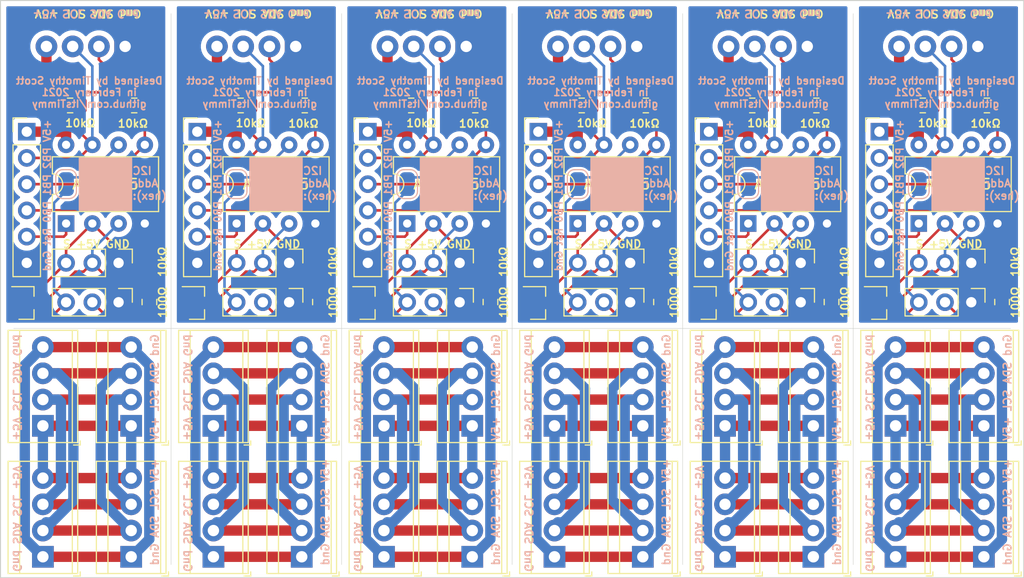
<source format=kicad_pcb>
(kicad_pcb (version 20171130) (host pcbnew "(5.1.0-0)")
  (layers (0 F.Cu signal) (31 B.Cu signal) (34 B.Paste user hide) (35 F.Paste user hide) (36 B.SilkS user) (37 F.SilkS user) (38 B.Mask user) (39 F.Mask user) (44 Edge.Cuts user))
  (net 0 "")
  (net 1 "Net-(I2CConnection1-Pad2)")
  (net 2 "Net-(I2CConnection1-Pad3)")
  (net 3 +5V)
  (net 4 GND)
  (net 5 "Net-(MCU1-Pad2)")
  (net 6 "Net-(MCU1-Pad3)")
  (net 7 "Net-(J1-Pad5)")
  (net 8 "Net-(J1-Pad3)")
  (net 9 "Net-(J2-Pad2)")
  (net 10 "Net-(J2-Pad3)")
  (net 11 "Net-(SP1-Pad1)")
  (net 12 "Net-(SP1-Pad2)")
  (net 13 "Net-(SP1-Pad3)")
  (net 14 "Net-(SP1-Pad4)")
  (module Connector_PinHeader_2.54mm:PinHeader_1x03_P2.54mm_Vertical (layer F.Cu) (at 155.575 67.945 270)
    (fp_text reference J2 hide)
    (fp_text value Conn_01x03)
    (pad 3 thru_hole oval (at 0 5.08 270) (size 1.7 1.7) (drill 1) (layers *.Cu *.Mask))
    (pad 2 thru_hole oval (at 0 2.54 270) (size 1.7 1.7) (drill 1) (layers *.Cu *.Mask))
    (pad 1 thru_hole rect (at 0 0 270) (size 1.7 1.7) (drill 1) (layers *.Cu *.Mask))
  )
  (module Package_DIP:DIP-8_W7.62mm (layer F.Cu) (at 150.495 60.325 90)
    (fp_text reference MCU1 hide)
    (fp_text value ATtiny85-20PU)
    (pad 8 thru_hole oval (at 7.62 0 90) (size 1.6 1.6) (drill 0.8) (layers *.Cu *.Mask))
    (pad 4 thru_hole oval (at 0 7.62 90) (size 1.6 1.6) (drill 0.8) (layers *.Cu *.Mask))
    (pad 7 thru_hole oval (at 7.62 2.54 90) (size 1.6 1.6) (drill 0.8) (layers *.Cu *.Mask))
    (pad 3 thru_hole oval (at 0 5.08 90) (size 1.6 1.6) (drill 0.8) (layers *.Cu *.Mask))
    (pad 6 thru_hole oval (at 7.62 5.08 90) (size 1.6 1.6) (drill 0.8) (layers *.Cu *.Mask))
    (pad 2 thru_hole oval (at 0 2.54 90) (size 1.6 1.6) (drill 0.8) (layers *.Cu *.Mask))
    (pad 5 thru_hole oval (at 7.62 7.62 90) (size 1.6 1.6) (drill 0.8) (layers *.Cu *.Mask))
    (pad 1 thru_hole rect (at 0 0 90) (size 1.6 1.6) (drill 0.8) (layers *.Cu *.Mask))
  )
  (module Resistor_SMD:R_0805_2012Metric_Pad1.15x1.40mm_HandSolder (layer F.Cu) (at 150.885 48.895)
    (fp_text reference I2C_Pullup_SDA1 hide)
    (fp_text value 10k)
    (pad 2 smd roundrect (at 1.025 0) (size 1.15 1.4) (layers F.Cu F.Paste F.Mask) (roundrect_rratio 0.217391))
    (pad 1 smd roundrect (at -1.025 0) (size 1.15 1.4) (layers F.Cu F.Paste F.Mask) (roundrect_rratio 0.217391))
  )
  (module Resistor_SMD:R_0805_2012Metric_Pad1.15x1.40mm_HandSolder (layer F.Cu) (at 157.09 48.895)
    (fp_text reference I2C_Pullup_SCL1 hide)
    (fp_text value 10k)
    (pad 1 smd roundrect (at -1.025 0) (size 1.15 1.4) (layers F.Cu F.Paste F.Mask) (roundrect_rratio 0.217391))
    (pad 2 smd roundrect (at 1.025 0) (size 1.15 1.4) (layers F.Cu F.Paste F.Mask) (roundrect_rratio 0.217391))
  )
  (module Resistor_SMD:R_0805_2012Metric_Pad1.15x1.40mm_HandSolder (layer F.Cu) (at 158.585669 63.745792 270)
    (fp_text reference R3 hide)
    (fp_text value 10k)
    (pad 2 smd roundrect (at 1.025 0 270) (size 1.15 1.4) (layers F.Cu F.Paste F.Mask) (roundrect_rratio 0.217391))
    (pad 1 smd roundrect (at -1.025 0 270) (size 1.15 1.4) (layers F.Cu F.Paste F.Mask) (roundrect_rratio 0.217391))
  )
  (module Jumper:SolderJumper-2_P1.3mm_Open_RoundedPad1.0x1.5mm (layer B.Cu) (at 150.495 56.507929 90)
    (fp_text reference JP1 hide)
    (fp_text value Jumper_NO_Small)
    (pad 2 smd custom (at 0.65 0 90) (size 1 0.5) (layers B.Cu B.Mask) (options (clearance outline) (anchor rect)) (primitives (gr_circle (center 0 -0.25) (end 0.5 -0.25) (width 0)) (gr_circle (center 0 0.25) (end 0.5 0.25) (width 0)) (gr_poly (pts (xy 0 0.75) (xy -0.5 0.75) (xy -0.5 -0.75) (xy 0 -0.75)) (width 0))))
    (pad 1 smd custom (at -0.65 0 90) (size 1 0.5) (layers B.Cu B.Mask) (options (clearance outline) (anchor rect)) (primitives (gr_circle (center 0 -0.25) (end 0.5 -0.25) (width 0)) (gr_circle (center 0 0.25) (end 0.5 0.25) (width 0)) (gr_poly (pts (xy 0 0.75) (xy 0.5 0.75) (xy 0.5 -0.75) (xy 0 -0.75)) (width 0))))
  )
  (module TerminalBlock_TE-Connectivity:TerminalBlock_TE_282834-4_1x04_P2.54mm_Horizontal (layer F.Cu) (at 156.21 43.18 180)
    (fp_text reference I2CConnection1 hide)
    (fp_text value Conn_01x04)
    (pad 4 thru_hole circle (at 7.62 0 180) (size 2.1 2.1) (drill 1.1) (layers *.Cu *.Mask))
    (pad 3 thru_hole circle (at 5.08 0 180) (size 2.1 2.1) (drill 1.1) (layers *.Cu *.Mask))
    (pad 2 thru_hole circle (at 2.54 0 180) (size 2.1 2.1) (drill 1.1) (layers *.Cu *.Mask))
    (pad 1 thru_hole rect (at 0 0 180) (size 2.1 2.1) (drill 1.1) (layers *.Cu *.Mask))
  )
  (module Package_TO_SOT_SMD:SOT-23 (layer F.Cu) (at 146.628516 68.015871)
    (fp_text reference Q1 hide)
    (fp_text value 2N3904)
    (pad 3 smd rect (at 1 0) (size 0.9 0.8) (layers F.Cu F.Paste F.Mask))
    (pad 2 smd rect (at -1 0.95) (size 0.9 0.8) (layers F.Cu F.Paste F.Mask))
    (pad 1 smd rect (at -1 -0.95) (size 0.9 0.8) (layers F.Cu F.Paste F.Mask))
  )
  (module Resistor_SMD:R_0805_2012Metric_Pad1.15x1.40mm_HandSolder (layer F.Cu) (at 158.559238 67.925694 270)
    (fp_text reference R4 hide)
    (fp_text value 100)
    (pad 1 smd roundrect (at -1.025 0 270) (size 1.15 1.4) (layers F.Cu F.Paste F.Mask) (roundrect_rratio 0.217391))
    (pad 2 smd roundrect (at 1.025 0 270) (size 1.15 1.4) (layers F.Cu F.Paste F.Mask) (roundrect_rratio 0.217391))
  )
  (module Connector_PinHeader_2.54mm:PinHeader_1x03_P2.54mm_Vertical (layer F.Cu) (at 155.575 64.135 270)
    (fp_text reference MoistureSensor1 hide)
    (fp_text value Conn_01x03)
    (pad 3 thru_hole oval (at 0 5.08 270) (size 1.7 1.7) (drill 1) (layers *.Cu *.Mask))
    (pad 2 thru_hole oval (at 0 2.54 270) (size 1.7 1.7) (drill 1) (layers *.Cu *.Mask))
    (pad 1 thru_hole rect (at 0 0 270) (size 1.7 1.7) (drill 1) (layers *.Cu *.Mask))
  )
  (module TerminalBlock_TE-Connectivity:TerminalBlock_TE_282834-4_1x04_P2.54mm_Horizontal (layer F.Cu) (at 148.246596 92.588663 90)
    (fp_text reference SP1 hide)
    (fp_text value Conn_01x04)
    (pad 4 thru_hole circle (at 7.62 0 90) (size 2.1 2.1) (drill 1.1) (layers *.Cu *.Mask))
    (pad 3 thru_hole circle (at 5.08 0 90) (size 2.1 2.1) (drill 1.1) (layers *.Cu *.Mask))
    (pad 2 thru_hole circle (at 2.54 0 90) (size 2.1 2.1) (drill 1.1) (layers *.Cu *.Mask))
    (pad 1 thru_hole rect (at 0 0 90) (size 2.1 2.1) (drill 1.1) (layers *.Cu *.Mask))
  )
  (module TerminalBlock_TE-Connectivity:TerminalBlock_TE_282834-4_1x04_P2.54mm_Horizontal (layer F.Cu) (at 156.796596 79.908663 90)
    (fp_text reference SP4 hide)
    (fp_text value Conn_01x04)
    (pad 1 thru_hole rect (at 0 0 90) (size 2.1 2.1) (drill 1.1) (layers *.Cu *.Mask))
    (pad 2 thru_hole circle (at 2.54 0 90) (size 2.1 2.1) (drill 1.1) (layers *.Cu *.Mask))
    (pad 3 thru_hole circle (at 5.08 0 90) (size 2.1 2.1) (drill 1.1) (layers *.Cu *.Mask))
    (pad 4 thru_hole circle (at 7.62 0 90) (size 2.1 2.1) (drill 1.1) (layers *.Cu *.Mask))
  )
  (module Connector_PinHeader_2.54mm:PinHeader_1x06_P2.54mm_Vertical (layer F.Cu) (at 146.685 51.435)
    (fp_text reference J1 hide)
    (fp_text value Conn_01x06_Female)
    (pad 6 thru_hole oval (at 0 12.7) (size 1.7 1.7) (drill 1) (layers *.Cu *.Mask))
    (pad 5 thru_hole oval (at 0 10.16) (size 1.7 1.7) (drill 1) (layers *.Cu *.Mask))
    (pad 4 thru_hole oval (at 0 7.62) (size 1.7 1.7) (drill 1) (layers *.Cu *.Mask))
    (pad 3 thru_hole oval (at 0 5.08) (size 1.7 1.7) (drill 1) (layers *.Cu *.Mask))
    (pad 2 thru_hole oval (at 0 2.54) (size 1.7 1.7) (drill 1) (layers *.Cu *.Mask))
    (pad 1 thru_hole rect (at 0 0) (size 1.7 1.7) (drill 1) (layers *.Cu *.Mask))
  )
  (module TerminalBlock_TE-Connectivity:TerminalBlock_TE_282834-4_1x04_P2.54mm_Horizontal (layer F.Cu) (at 148.246596 79.908663 90)
    (fp_text reference SP3 hide)
    (fp_text value Conn_01x04)
    (pad 1 thru_hole rect (at 0 0 90) (size 2.1 2.1) (drill 1.1) (layers *.Cu *.Mask))
    (pad 2 thru_hole circle (at 2.54 0 90) (size 2.1 2.1) (drill 1.1) (layers *.Cu *.Mask))
    (pad 3 thru_hole circle (at 5.08 0 90) (size 2.1 2.1) (drill 1.1) (layers *.Cu *.Mask))
    (pad 4 thru_hole circle (at 7.62 0 90) (size 2.1 2.1) (drill 1.1) (layers *.Cu *.Mask))
  )
  (module TerminalBlock_TE-Connectivity:TerminalBlock_TE_282834-4_1x04_P2.54mm_Horizontal (layer F.Cu) (at 156.796596 92.588663 90)
    (fp_text reference SP2 hide)
    (fp_text value Conn_01x04)
    (pad 4 thru_hole circle (at 7.62 0 90) (size 2.1 2.1) (drill 1.1) (layers *.Cu *.Mask))
    (pad 3 thru_hole circle (at 5.08 0 90) (size 2.1 2.1) (drill 1.1) (layers *.Cu *.Mask))
    (pad 2 thru_hole circle (at 2.54 0 90) (size 2.1 2.1) (drill 1.1) (layers *.Cu *.Mask))
    (pad 1 thru_hole rect (at 0 0 90) (size 2.1 2.1) (drill 1.1) (layers *.Cu *.Mask))
  )
  (module Connector_PinHeader_2.54mm:PinHeader_1x03_P2.54mm_Vertical (layer F.Cu) (at 139.065 67.945 270)
    (fp_text reference J2 hide)
    (fp_text value Conn_01x03)
    (pad 3 thru_hole oval (at 0 5.08 270) (size 1.7 1.7) (drill 1) (layers *.Cu *.Mask))
    (pad 2 thru_hole oval (at 0 2.54 270) (size 1.7 1.7) (drill 1) (layers *.Cu *.Mask))
    (pad 1 thru_hole rect (at 0 0 270) (size 1.7 1.7) (drill 1) (layers *.Cu *.Mask))
  )
  (module Package_DIP:DIP-8_W7.62mm (layer F.Cu) (at 133.985 60.325 90)
    (fp_text reference MCU1 hide)
    (fp_text value ATtiny85-20PU)
    (pad 8 thru_hole oval (at 7.62 0 90) (size 1.6 1.6) (drill 0.8) (layers *.Cu *.Mask))
    (pad 4 thru_hole oval (at 0 7.62 90) (size 1.6 1.6) (drill 0.8) (layers *.Cu *.Mask))
    (pad 7 thru_hole oval (at 7.62 2.54 90) (size 1.6 1.6) (drill 0.8) (layers *.Cu *.Mask))
    (pad 3 thru_hole oval (at 0 5.08 90) (size 1.6 1.6) (drill 0.8) (layers *.Cu *.Mask))
    (pad 6 thru_hole oval (at 7.62 5.08 90) (size 1.6 1.6) (drill 0.8) (layers *.Cu *.Mask))
    (pad 2 thru_hole oval (at 0 2.54 90) (size 1.6 1.6) (drill 0.8) (layers *.Cu *.Mask))
    (pad 5 thru_hole oval (at 7.62 7.62 90) (size 1.6 1.6) (drill 0.8) (layers *.Cu *.Mask))
    (pad 1 thru_hole rect (at 0 0 90) (size 1.6 1.6) (drill 0.8) (layers *.Cu *.Mask))
  )
  (module Resistor_SMD:R_0805_2012Metric_Pad1.15x1.40mm_HandSolder (layer F.Cu) (at 134.375 48.895)
    (fp_text reference I2C_Pullup_SDA1 hide)
    (fp_text value 10k)
    (pad 2 smd roundrect (at 1.025 0) (size 1.15 1.4) (layers F.Cu F.Paste F.Mask) (roundrect_rratio 0.217391))
    (pad 1 smd roundrect (at -1.025 0) (size 1.15 1.4) (layers F.Cu F.Paste F.Mask) (roundrect_rratio 0.217391))
  )
  (module Resistor_SMD:R_0805_2012Metric_Pad1.15x1.40mm_HandSolder (layer F.Cu) (at 140.58 48.895)
    (fp_text reference I2C_Pullup_SCL1 hide)
    (fp_text value 10k)
    (pad 1 smd roundrect (at -1.025 0) (size 1.15 1.4) (layers F.Cu F.Paste F.Mask) (roundrect_rratio 0.217391))
    (pad 2 smd roundrect (at 1.025 0) (size 1.15 1.4) (layers F.Cu F.Paste F.Mask) (roundrect_rratio 0.217391))
  )
  (module Resistor_SMD:R_0805_2012Metric_Pad1.15x1.40mm_HandSolder (layer F.Cu) (at 142.075669 63.745792 270)
    (fp_text reference R3 hide)
    (fp_text value 10k)
    (pad 2 smd roundrect (at 1.025 0 270) (size 1.15 1.4) (layers F.Cu F.Paste F.Mask) (roundrect_rratio 0.217391))
    (pad 1 smd roundrect (at -1.025 0 270) (size 1.15 1.4) (layers F.Cu F.Paste F.Mask) (roundrect_rratio 0.217391))
  )
  (module Jumper:SolderJumper-2_P1.3mm_Open_RoundedPad1.0x1.5mm (layer B.Cu) (at 133.985 56.507929 90)
    (fp_text reference JP1 hide)
    (fp_text value Jumper_NO_Small)
    (pad 2 smd custom (at 0.65 0 90) (size 1 0.5) (layers B.Cu B.Mask) (options (clearance outline) (anchor rect)) (primitives (gr_circle (center 0 -0.25) (end 0.5 -0.25) (width 0)) (gr_circle (center 0 0.25) (end 0.5 0.25) (width 0)) (gr_poly (pts (xy 0 0.75) (xy -0.5 0.75) (xy -0.5 -0.75) (xy 0 -0.75)) (width 0))))
    (pad 1 smd custom (at -0.65 0 90) (size 1 0.5) (layers B.Cu B.Mask) (options (clearance outline) (anchor rect)) (primitives (gr_circle (center 0 -0.25) (end 0.5 -0.25) (width 0)) (gr_circle (center 0 0.25) (end 0.5 0.25) (width 0)) (gr_poly (pts (xy 0 0.75) (xy 0.5 0.75) (xy 0.5 -0.75) (xy 0 -0.75)) (width 0))))
  )
  (module TerminalBlock_TE-Connectivity:TerminalBlock_TE_282834-4_1x04_P2.54mm_Horizontal (layer F.Cu) (at 139.7 43.18 180)
    (fp_text reference I2CConnection1 hide)
    (fp_text value Conn_01x04)
    (pad 4 thru_hole circle (at 7.62 0 180) (size 2.1 2.1) (drill 1.1) (layers *.Cu *.Mask))
    (pad 3 thru_hole circle (at 5.08 0 180) (size 2.1 2.1) (drill 1.1) (layers *.Cu *.Mask))
    (pad 2 thru_hole circle (at 2.54 0 180) (size 2.1 2.1) (drill 1.1) (layers *.Cu *.Mask))
    (pad 1 thru_hole rect (at 0 0 180) (size 2.1 2.1) (drill 1.1) (layers *.Cu *.Mask))
  )
  (module Package_TO_SOT_SMD:SOT-23 (layer F.Cu) (at 130.118516 68.015871)
    (fp_text reference Q1 hide)
    (fp_text value 2N3904)
    (pad 3 smd rect (at 1 0) (size 0.9 0.8) (layers F.Cu F.Paste F.Mask))
    (pad 2 smd rect (at -1 0.95) (size 0.9 0.8) (layers F.Cu F.Paste F.Mask))
    (pad 1 smd rect (at -1 -0.95) (size 0.9 0.8) (layers F.Cu F.Paste F.Mask))
  )
  (module Resistor_SMD:R_0805_2012Metric_Pad1.15x1.40mm_HandSolder (layer F.Cu) (at 142.049238 67.925694 270)
    (fp_text reference R4 hide)
    (fp_text value 100)
    (pad 1 smd roundrect (at -1.025 0 270) (size 1.15 1.4) (layers F.Cu F.Paste F.Mask) (roundrect_rratio 0.217391))
    (pad 2 smd roundrect (at 1.025 0 270) (size 1.15 1.4) (layers F.Cu F.Paste F.Mask) (roundrect_rratio 0.217391))
  )
  (module Connector_PinHeader_2.54mm:PinHeader_1x03_P2.54mm_Vertical (layer F.Cu) (at 139.065 64.135 270)
    (fp_text reference MoistureSensor1 hide)
    (fp_text value Conn_01x03)
    (pad 3 thru_hole oval (at 0 5.08 270) (size 1.7 1.7) (drill 1) (layers *.Cu *.Mask))
    (pad 2 thru_hole oval (at 0 2.54 270) (size 1.7 1.7) (drill 1) (layers *.Cu *.Mask))
    (pad 1 thru_hole rect (at 0 0 270) (size 1.7 1.7) (drill 1) (layers *.Cu *.Mask))
  )
  (module TerminalBlock_TE-Connectivity:TerminalBlock_TE_282834-4_1x04_P2.54mm_Horizontal (layer F.Cu) (at 131.736596 92.588663 90)
    (fp_text reference SP1 hide)
    (fp_text value Conn_01x04)
    (pad 4 thru_hole circle (at 7.62 0 90) (size 2.1 2.1) (drill 1.1) (layers *.Cu *.Mask))
    (pad 3 thru_hole circle (at 5.08 0 90) (size 2.1 2.1) (drill 1.1) (layers *.Cu *.Mask))
    (pad 2 thru_hole circle (at 2.54 0 90) (size 2.1 2.1) (drill 1.1) (layers *.Cu *.Mask))
    (pad 1 thru_hole rect (at 0 0 90) (size 2.1 2.1) (drill 1.1) (layers *.Cu *.Mask))
  )
  (module TerminalBlock_TE-Connectivity:TerminalBlock_TE_282834-4_1x04_P2.54mm_Horizontal (layer F.Cu) (at 140.286596 79.908663 90)
    (fp_text reference SP4 hide)
    (fp_text value Conn_01x04)
    (pad 1 thru_hole rect (at 0 0 90) (size 2.1 2.1) (drill 1.1) (layers *.Cu *.Mask))
    (pad 2 thru_hole circle (at 2.54 0 90) (size 2.1 2.1) (drill 1.1) (layers *.Cu *.Mask))
    (pad 3 thru_hole circle (at 5.08 0 90) (size 2.1 2.1) (drill 1.1) (layers *.Cu *.Mask))
    (pad 4 thru_hole circle (at 7.62 0 90) (size 2.1 2.1) (drill 1.1) (layers *.Cu *.Mask))
  )
  (module Connector_PinHeader_2.54mm:PinHeader_1x06_P2.54mm_Vertical (layer F.Cu) (at 130.175 51.435)
    (fp_text reference J1 hide)
    (fp_text value Conn_01x06_Female)
    (pad 6 thru_hole oval (at 0 12.7) (size 1.7 1.7) (drill 1) (layers *.Cu *.Mask))
    (pad 5 thru_hole oval (at 0 10.16) (size 1.7 1.7) (drill 1) (layers *.Cu *.Mask))
    (pad 4 thru_hole oval (at 0 7.62) (size 1.7 1.7) (drill 1) (layers *.Cu *.Mask))
    (pad 3 thru_hole oval (at 0 5.08) (size 1.7 1.7) (drill 1) (layers *.Cu *.Mask))
    (pad 2 thru_hole oval (at 0 2.54) (size 1.7 1.7) (drill 1) (layers *.Cu *.Mask))
    (pad 1 thru_hole rect (at 0 0) (size 1.7 1.7) (drill 1) (layers *.Cu *.Mask))
  )
  (module TerminalBlock_TE-Connectivity:TerminalBlock_TE_282834-4_1x04_P2.54mm_Horizontal (layer F.Cu) (at 131.736596 79.908663 90)
    (fp_text reference SP3 hide)
    (fp_text value Conn_01x04)
    (pad 1 thru_hole rect (at 0 0 90) (size 2.1 2.1) (drill 1.1) (layers *.Cu *.Mask))
    (pad 2 thru_hole circle (at 2.54 0 90) (size 2.1 2.1) (drill 1.1) (layers *.Cu *.Mask))
    (pad 3 thru_hole circle (at 5.08 0 90) (size 2.1 2.1) (drill 1.1) (layers *.Cu *.Mask))
    (pad 4 thru_hole circle (at 7.62 0 90) (size 2.1 2.1) (drill 1.1) (layers *.Cu *.Mask))
  )
  (module TerminalBlock_TE-Connectivity:TerminalBlock_TE_282834-4_1x04_P2.54mm_Horizontal (layer F.Cu) (at 140.286596 92.588663 90)
    (fp_text reference SP2 hide)
    (fp_text value Conn_01x04)
    (pad 4 thru_hole circle (at 7.62 0 90) (size 2.1 2.1) (drill 1.1) (layers *.Cu *.Mask))
    (pad 3 thru_hole circle (at 5.08 0 90) (size 2.1 2.1) (drill 1.1) (layers *.Cu *.Mask))
    (pad 2 thru_hole circle (at 2.54 0 90) (size 2.1 2.1) (drill 1.1) (layers *.Cu *.Mask))
    (pad 1 thru_hole rect (at 0 0 90) (size 2.1 2.1) (drill 1.1) (layers *.Cu *.Mask))
  )
  (module Connector_PinHeader_2.54mm:PinHeader_1x03_P2.54mm_Vertical (layer F.Cu) (at 122.555 67.945 270)
    (fp_text reference J2 hide)
    (fp_text value Conn_01x03)
    (pad 3 thru_hole oval (at 0 5.08 270) (size 1.7 1.7) (drill 1) (layers *.Cu *.Mask))
    (pad 2 thru_hole oval (at 0 2.54 270) (size 1.7 1.7) (drill 1) (layers *.Cu *.Mask))
    (pad 1 thru_hole rect (at 0 0 270) (size 1.7 1.7) (drill 1) (layers *.Cu *.Mask))
  )
  (module Package_DIP:DIP-8_W7.62mm (layer F.Cu) (at 117.475 60.325 90)
    (fp_text reference MCU1 hide)
    (fp_text value ATtiny85-20PU)
    (pad 8 thru_hole oval (at 7.62 0 90) (size 1.6 1.6) (drill 0.8) (layers *.Cu *.Mask))
    (pad 4 thru_hole oval (at 0 7.62 90) (size 1.6 1.6) (drill 0.8) (layers *.Cu *.Mask))
    (pad 7 thru_hole oval (at 7.62 2.54 90) (size 1.6 1.6) (drill 0.8) (layers *.Cu *.Mask))
    (pad 3 thru_hole oval (at 0 5.08 90) (size 1.6 1.6) (drill 0.8) (layers *.Cu *.Mask))
    (pad 6 thru_hole oval (at 7.62 5.08 90) (size 1.6 1.6) (drill 0.8) (layers *.Cu *.Mask))
    (pad 2 thru_hole oval (at 0 2.54 90) (size 1.6 1.6) (drill 0.8) (layers *.Cu *.Mask))
    (pad 5 thru_hole oval (at 7.62 7.62 90) (size 1.6 1.6) (drill 0.8) (layers *.Cu *.Mask))
    (pad 1 thru_hole rect (at 0 0 90) (size 1.6 1.6) (drill 0.8) (layers *.Cu *.Mask))
  )
  (module Resistor_SMD:R_0805_2012Metric_Pad1.15x1.40mm_HandSolder (layer F.Cu) (at 117.865 48.895)
    (fp_text reference I2C_Pullup_SDA1 hide)
    (fp_text value 10k)
    (pad 2 smd roundrect (at 1.025 0) (size 1.15 1.4) (layers F.Cu F.Paste F.Mask) (roundrect_rratio 0.217391))
    (pad 1 smd roundrect (at -1.025 0) (size 1.15 1.4) (layers F.Cu F.Paste F.Mask) (roundrect_rratio 0.217391))
  )
  (module Resistor_SMD:R_0805_2012Metric_Pad1.15x1.40mm_HandSolder (layer F.Cu) (at 124.07 48.895)
    (fp_text reference I2C_Pullup_SCL1 hide)
    (fp_text value 10k)
    (pad 1 smd roundrect (at -1.025 0) (size 1.15 1.4) (layers F.Cu F.Paste F.Mask) (roundrect_rratio 0.217391))
    (pad 2 smd roundrect (at 1.025 0) (size 1.15 1.4) (layers F.Cu F.Paste F.Mask) (roundrect_rratio 0.217391))
  )
  (module Resistor_SMD:R_0805_2012Metric_Pad1.15x1.40mm_HandSolder (layer F.Cu) (at 125.565669 63.745792 270)
    (fp_text reference R3 hide)
    (fp_text value 10k)
    (pad 2 smd roundrect (at 1.025 0 270) (size 1.15 1.4) (layers F.Cu F.Paste F.Mask) (roundrect_rratio 0.217391))
    (pad 1 smd roundrect (at -1.025 0 270) (size 1.15 1.4) (layers F.Cu F.Paste F.Mask) (roundrect_rratio 0.217391))
  )
  (module Jumper:SolderJumper-2_P1.3mm_Open_RoundedPad1.0x1.5mm (layer B.Cu) (at 117.475 56.507929 90)
    (fp_text reference JP1 hide)
    (fp_text value Jumper_NO_Small)
    (pad 2 smd custom (at 0.65 0 90) (size 1 0.5) (layers B.Cu B.Mask) (options (clearance outline) (anchor rect)) (primitives (gr_circle (center 0 -0.25) (end 0.5 -0.25) (width 0)) (gr_circle (center 0 0.25) (end 0.5 0.25) (width 0)) (gr_poly (pts (xy 0 0.75) (xy -0.5 0.75) (xy -0.5 -0.75) (xy 0 -0.75)) (width 0))))
    (pad 1 smd custom (at -0.65 0 90) (size 1 0.5) (layers B.Cu B.Mask) (options (clearance outline) (anchor rect)) (primitives (gr_circle (center 0 -0.25) (end 0.5 -0.25) (width 0)) (gr_circle (center 0 0.25) (end 0.5 0.25) (width 0)) (gr_poly (pts (xy 0 0.75) (xy 0.5 0.75) (xy 0.5 -0.75) (xy 0 -0.75)) (width 0))))
  )
  (module TerminalBlock_TE-Connectivity:TerminalBlock_TE_282834-4_1x04_P2.54mm_Horizontal (layer F.Cu) (at 123.19 43.18 180)
    (fp_text reference I2CConnection1 hide)
    (fp_text value Conn_01x04)
    (pad 4 thru_hole circle (at 7.62 0 180) (size 2.1 2.1) (drill 1.1) (layers *.Cu *.Mask))
    (pad 3 thru_hole circle (at 5.08 0 180) (size 2.1 2.1) (drill 1.1) (layers *.Cu *.Mask))
    (pad 2 thru_hole circle (at 2.54 0 180) (size 2.1 2.1) (drill 1.1) (layers *.Cu *.Mask))
    (pad 1 thru_hole rect (at 0 0 180) (size 2.1 2.1) (drill 1.1) (layers *.Cu *.Mask))
  )
  (module Package_TO_SOT_SMD:SOT-23 (layer F.Cu) (at 113.608516 68.015871)
    (fp_text reference Q1 hide)
    (fp_text value 2N3904)
    (pad 3 smd rect (at 1 0) (size 0.9 0.8) (layers F.Cu F.Paste F.Mask))
    (pad 2 smd rect (at -1 0.95) (size 0.9 0.8) (layers F.Cu F.Paste F.Mask))
    (pad 1 smd rect (at -1 -0.95) (size 0.9 0.8) (layers F.Cu F.Paste F.Mask))
  )
  (module Resistor_SMD:R_0805_2012Metric_Pad1.15x1.40mm_HandSolder (layer F.Cu) (at 125.539238 67.925694 270)
    (fp_text reference R4 hide)
    (fp_text value 100)
    (pad 1 smd roundrect (at -1.025 0 270) (size 1.15 1.4) (layers F.Cu F.Paste F.Mask) (roundrect_rratio 0.217391))
    (pad 2 smd roundrect (at 1.025 0 270) (size 1.15 1.4) (layers F.Cu F.Paste F.Mask) (roundrect_rratio 0.217391))
  )
  (module Connector_PinHeader_2.54mm:PinHeader_1x03_P2.54mm_Vertical (layer F.Cu) (at 122.555 64.135 270)
    (fp_text reference MoistureSensor1 hide)
    (fp_text value Conn_01x03)
    (pad 3 thru_hole oval (at 0 5.08 270) (size 1.7 1.7) (drill 1) (layers *.Cu *.Mask))
    (pad 2 thru_hole oval (at 0 2.54 270) (size 1.7 1.7) (drill 1) (layers *.Cu *.Mask))
    (pad 1 thru_hole rect (at 0 0 270) (size 1.7 1.7) (drill 1) (layers *.Cu *.Mask))
  )
  (module TerminalBlock_TE-Connectivity:TerminalBlock_TE_282834-4_1x04_P2.54mm_Horizontal (layer F.Cu) (at 115.226596 92.588663 90)
    (fp_text reference SP1 hide)
    (fp_text value Conn_01x04)
    (pad 4 thru_hole circle (at 7.62 0 90) (size 2.1 2.1) (drill 1.1) (layers *.Cu *.Mask))
    (pad 3 thru_hole circle (at 5.08 0 90) (size 2.1 2.1) (drill 1.1) (layers *.Cu *.Mask))
    (pad 2 thru_hole circle (at 2.54 0 90) (size 2.1 2.1) (drill 1.1) (layers *.Cu *.Mask))
    (pad 1 thru_hole rect (at 0 0 90) (size 2.1 2.1) (drill 1.1) (layers *.Cu *.Mask))
  )
  (module TerminalBlock_TE-Connectivity:TerminalBlock_TE_282834-4_1x04_P2.54mm_Horizontal (layer F.Cu) (at 123.776596 79.908663 90)
    (fp_text reference SP4 hide)
    (fp_text value Conn_01x04)
    (pad 1 thru_hole rect (at 0 0 90) (size 2.1 2.1) (drill 1.1) (layers *.Cu *.Mask))
    (pad 2 thru_hole circle (at 2.54 0 90) (size 2.1 2.1) (drill 1.1) (layers *.Cu *.Mask))
    (pad 3 thru_hole circle (at 5.08 0 90) (size 2.1 2.1) (drill 1.1) (layers *.Cu *.Mask))
    (pad 4 thru_hole circle (at 7.62 0 90) (size 2.1 2.1) (drill 1.1) (layers *.Cu *.Mask))
  )
  (module Connector_PinHeader_2.54mm:PinHeader_1x06_P2.54mm_Vertical (layer F.Cu) (at 113.665 51.435)
    (fp_text reference J1 hide)
    (fp_text value Conn_01x06_Female)
    (pad 6 thru_hole oval (at 0 12.7) (size 1.7 1.7) (drill 1) (layers *.Cu *.Mask))
    (pad 5 thru_hole oval (at 0 10.16) (size 1.7 1.7) (drill 1) (layers *.Cu *.Mask))
    (pad 4 thru_hole oval (at 0 7.62) (size 1.7 1.7) (drill 1) (layers *.Cu *.Mask))
    (pad 3 thru_hole oval (at 0 5.08) (size 1.7 1.7) (drill 1) (layers *.Cu *.Mask))
    (pad 2 thru_hole oval (at 0 2.54) (size 1.7 1.7) (drill 1) (layers *.Cu *.Mask))
    (pad 1 thru_hole rect (at 0 0) (size 1.7 1.7) (drill 1) (layers *.Cu *.Mask))
  )
  (module TerminalBlock_TE-Connectivity:TerminalBlock_TE_282834-4_1x04_P2.54mm_Horizontal (layer F.Cu) (at 115.226596 79.908663 90)
    (fp_text reference SP3 hide)
    (fp_text value Conn_01x04)
    (pad 1 thru_hole rect (at 0 0 90) (size 2.1 2.1) (drill 1.1) (layers *.Cu *.Mask))
    (pad 2 thru_hole circle (at 2.54 0 90) (size 2.1 2.1) (drill 1.1) (layers *.Cu *.Mask))
    (pad 3 thru_hole circle (at 5.08 0 90) (size 2.1 2.1) (drill 1.1) (layers *.Cu *.Mask))
    (pad 4 thru_hole circle (at 7.62 0 90) (size 2.1 2.1) (drill 1.1) (layers *.Cu *.Mask))
  )
  (module TerminalBlock_TE-Connectivity:TerminalBlock_TE_282834-4_1x04_P2.54mm_Horizontal (layer F.Cu) (at 123.776596 92.588663 90)
    (fp_text reference SP2 hide)
    (fp_text value Conn_01x04)
    (pad 4 thru_hole circle (at 7.62 0 90) (size 2.1 2.1) (drill 1.1) (layers *.Cu *.Mask))
    (pad 3 thru_hole circle (at 5.08 0 90) (size 2.1 2.1) (drill 1.1) (layers *.Cu *.Mask))
    (pad 2 thru_hole circle (at 2.54 0 90) (size 2.1 2.1) (drill 1.1) (layers *.Cu *.Mask))
    (pad 1 thru_hole rect (at 0 0 90) (size 2.1 2.1) (drill 1.1) (layers *.Cu *.Mask))
  )
  (module Connector_PinHeader_2.54mm:PinHeader_1x03_P2.54mm_Vertical (layer F.Cu) (at 106.045 67.945 270)
    (fp_text reference J2 hide)
    (fp_text value Conn_01x03)
    (pad 3 thru_hole oval (at 0 5.08 270) (size 1.7 1.7) (drill 1) (layers *.Cu *.Mask))
    (pad 2 thru_hole oval (at 0 2.54 270) (size 1.7 1.7) (drill 1) (layers *.Cu *.Mask))
    (pad 1 thru_hole rect (at 0 0 270) (size 1.7 1.7) (drill 1) (layers *.Cu *.Mask))
  )
  (module Package_DIP:DIP-8_W7.62mm (layer F.Cu) (at 100.965 60.325 90)
    (fp_text reference MCU1 hide)
    (fp_text value ATtiny85-20PU)
    (pad 8 thru_hole oval (at 7.62 0 90) (size 1.6 1.6) (drill 0.8) (layers *.Cu *.Mask))
    (pad 4 thru_hole oval (at 0 7.62 90) (size 1.6 1.6) (drill 0.8) (layers *.Cu *.Mask))
    (pad 7 thru_hole oval (at 7.62 2.54 90) (size 1.6 1.6) (drill 0.8) (layers *.Cu *.Mask))
    (pad 3 thru_hole oval (at 0 5.08 90) (size 1.6 1.6) (drill 0.8) (layers *.Cu *.Mask))
    (pad 6 thru_hole oval (at 7.62 5.08 90) (size 1.6 1.6) (drill 0.8) (layers *.Cu *.Mask))
    (pad 2 thru_hole oval (at 0 2.54 90) (size 1.6 1.6) (drill 0.8) (layers *.Cu *.Mask))
    (pad 5 thru_hole oval (at 7.62 7.62 90) (size 1.6 1.6) (drill 0.8) (layers *.Cu *.Mask))
    (pad 1 thru_hole rect (at 0 0 90) (size 1.6 1.6) (drill 0.8) (layers *.Cu *.Mask))
  )
  (module Resistor_SMD:R_0805_2012Metric_Pad1.15x1.40mm_HandSolder (layer F.Cu) (at 101.355 48.895)
    (fp_text reference I2C_Pullup_SDA1 hide)
    (fp_text value 10k)
    (pad 2 smd roundrect (at 1.025 0) (size 1.15 1.4) (layers F.Cu F.Paste F.Mask) (roundrect_rratio 0.217391))
    (pad 1 smd roundrect (at -1.025 0) (size 1.15 1.4) (layers F.Cu F.Paste F.Mask) (roundrect_rratio 0.217391))
  )
  (module Resistor_SMD:R_0805_2012Metric_Pad1.15x1.40mm_HandSolder (layer F.Cu) (at 107.56 48.895)
    (fp_text reference I2C_Pullup_SCL1 hide)
    (fp_text value 10k)
    (pad 1 smd roundrect (at -1.025 0) (size 1.15 1.4) (layers F.Cu F.Paste F.Mask) (roundrect_rratio 0.217391))
    (pad 2 smd roundrect (at 1.025 0) (size 1.15 1.4) (layers F.Cu F.Paste F.Mask) (roundrect_rratio 0.217391))
  )
  (module Resistor_SMD:R_0805_2012Metric_Pad1.15x1.40mm_HandSolder (layer F.Cu) (at 109.055669 63.745792 270)
    (fp_text reference R3 hide)
    (fp_text value 10k)
    (pad 2 smd roundrect (at 1.025 0 270) (size 1.15 1.4) (layers F.Cu F.Paste F.Mask) (roundrect_rratio 0.217391))
    (pad 1 smd roundrect (at -1.025 0 270) (size 1.15 1.4) (layers F.Cu F.Paste F.Mask) (roundrect_rratio 0.217391))
  )
  (module Jumper:SolderJumper-2_P1.3mm_Open_RoundedPad1.0x1.5mm (layer B.Cu) (at 100.965 56.507929 90)
    (fp_text reference JP1 hide)
    (fp_text value Jumper_NO_Small)
    (pad 2 smd custom (at 0.65 0 90) (size 1 0.5) (layers B.Cu B.Mask) (options (clearance outline) (anchor rect)) (primitives (gr_circle (center 0 -0.25) (end 0.5 -0.25) (width 0)) (gr_circle (center 0 0.25) (end 0.5 0.25) (width 0)) (gr_poly (pts (xy 0 0.75) (xy -0.5 0.75) (xy -0.5 -0.75) (xy 0 -0.75)) (width 0))))
    (pad 1 smd custom (at -0.65 0 90) (size 1 0.5) (layers B.Cu B.Mask) (options (clearance outline) (anchor rect)) (primitives (gr_circle (center 0 -0.25) (end 0.5 -0.25) (width 0)) (gr_circle (center 0 0.25) (end 0.5 0.25) (width 0)) (gr_poly (pts (xy 0 0.75) (xy 0.5 0.75) (xy 0.5 -0.75) (xy 0 -0.75)) (width 0))))
  )
  (module TerminalBlock_TE-Connectivity:TerminalBlock_TE_282834-4_1x04_P2.54mm_Horizontal (layer F.Cu) (at 106.68 43.18 180)
    (fp_text reference I2CConnection1 hide)
    (fp_text value Conn_01x04)
    (pad 4 thru_hole circle (at 7.62 0 180) (size 2.1 2.1) (drill 1.1) (layers *.Cu *.Mask))
    (pad 3 thru_hole circle (at 5.08 0 180) (size 2.1 2.1) (drill 1.1) (layers *.Cu *.Mask))
    (pad 2 thru_hole circle (at 2.54 0 180) (size 2.1 2.1) (drill 1.1) (layers *.Cu *.Mask))
    (pad 1 thru_hole rect (at 0 0 180) (size 2.1 2.1) (drill 1.1) (layers *.Cu *.Mask))
  )
  (module Package_TO_SOT_SMD:SOT-23 (layer F.Cu) (at 97.098516 68.015871)
    (fp_text reference Q1 hide)
    (fp_text value 2N3904)
    (pad 3 smd rect (at 1 0) (size 0.9 0.8) (layers F.Cu F.Paste F.Mask))
    (pad 2 smd rect (at -1 0.95) (size 0.9 0.8) (layers F.Cu F.Paste F.Mask))
    (pad 1 smd rect (at -1 -0.95) (size 0.9 0.8) (layers F.Cu F.Paste F.Mask))
  )
  (module Resistor_SMD:R_0805_2012Metric_Pad1.15x1.40mm_HandSolder (layer F.Cu) (at 109.029238 67.925694 270)
    (fp_text reference R4 hide)
    (fp_text value 100)
    (pad 1 smd roundrect (at -1.025 0 270) (size 1.15 1.4) (layers F.Cu F.Paste F.Mask) (roundrect_rratio 0.217391))
    (pad 2 smd roundrect (at 1.025 0 270) (size 1.15 1.4) (layers F.Cu F.Paste F.Mask) (roundrect_rratio 0.217391))
  )
  (module Connector_PinHeader_2.54mm:PinHeader_1x03_P2.54mm_Vertical (layer F.Cu) (at 106.045 64.135 270)
    (fp_text reference MoistureSensor1 hide)
    (fp_text value Conn_01x03)
    (pad 3 thru_hole oval (at 0 5.08 270) (size 1.7 1.7) (drill 1) (layers *.Cu *.Mask))
    (pad 2 thru_hole oval (at 0 2.54 270) (size 1.7 1.7) (drill 1) (layers *.Cu *.Mask))
    (pad 1 thru_hole rect (at 0 0 270) (size 1.7 1.7) (drill 1) (layers *.Cu *.Mask))
  )
  (module TerminalBlock_TE-Connectivity:TerminalBlock_TE_282834-4_1x04_P2.54mm_Horizontal (layer F.Cu) (at 98.716596 92.588663 90)
    (fp_text reference SP1 hide)
    (fp_text value Conn_01x04)
    (pad 4 thru_hole circle (at 7.62 0 90) (size 2.1 2.1) (drill 1.1) (layers *.Cu *.Mask))
    (pad 3 thru_hole circle (at 5.08 0 90) (size 2.1 2.1) (drill 1.1) (layers *.Cu *.Mask))
    (pad 2 thru_hole circle (at 2.54 0 90) (size 2.1 2.1) (drill 1.1) (layers *.Cu *.Mask))
    (pad 1 thru_hole rect (at 0 0 90) (size 2.1 2.1) (drill 1.1) (layers *.Cu *.Mask))
  )
  (module TerminalBlock_TE-Connectivity:TerminalBlock_TE_282834-4_1x04_P2.54mm_Horizontal (layer F.Cu) (at 107.266596 79.908663 90)
    (fp_text reference SP4 hide)
    (fp_text value Conn_01x04)
    (pad 1 thru_hole rect (at 0 0 90) (size 2.1 2.1) (drill 1.1) (layers *.Cu *.Mask))
    (pad 2 thru_hole circle (at 2.54 0 90) (size 2.1 2.1) (drill 1.1) (layers *.Cu *.Mask))
    (pad 3 thru_hole circle (at 5.08 0 90) (size 2.1 2.1) (drill 1.1) (layers *.Cu *.Mask))
    (pad 4 thru_hole circle (at 7.62 0 90) (size 2.1 2.1) (drill 1.1) (layers *.Cu *.Mask))
  )
  (module Connector_PinHeader_2.54mm:PinHeader_1x06_P2.54mm_Vertical (layer F.Cu) (at 97.155 51.435)
    (fp_text reference J1 hide)
    (fp_text value Conn_01x06_Female)
    (pad 6 thru_hole oval (at 0 12.7) (size 1.7 1.7) (drill 1) (layers *.Cu *.Mask))
    (pad 5 thru_hole oval (at 0 10.16) (size 1.7 1.7) (drill 1) (layers *.Cu *.Mask))
    (pad 4 thru_hole oval (at 0 7.62) (size 1.7 1.7) (drill 1) (layers *.Cu *.Mask))
    (pad 3 thru_hole oval (at 0 5.08) (size 1.7 1.7) (drill 1) (layers *.Cu *.Mask))
    (pad 2 thru_hole oval (at 0 2.54) (size 1.7 1.7) (drill 1) (layers *.Cu *.Mask))
    (pad 1 thru_hole rect (at 0 0) (size 1.7 1.7) (drill 1) (layers *.Cu *.Mask))
  )
  (module TerminalBlock_TE-Connectivity:TerminalBlock_TE_282834-4_1x04_P2.54mm_Horizontal (layer F.Cu) (at 98.716596 79.908663 90)
    (fp_text reference SP3 hide)
    (fp_text value Conn_01x04)
    (pad 1 thru_hole rect (at 0 0 90) (size 2.1 2.1) (drill 1.1) (layers *.Cu *.Mask))
    (pad 2 thru_hole circle (at 2.54 0 90) (size 2.1 2.1) (drill 1.1) (layers *.Cu *.Mask))
    (pad 3 thru_hole circle (at 5.08 0 90) (size 2.1 2.1) (drill 1.1) (layers *.Cu *.Mask))
    (pad 4 thru_hole circle (at 7.62 0 90) (size 2.1 2.1) (drill 1.1) (layers *.Cu *.Mask))
  )
  (module TerminalBlock_TE-Connectivity:TerminalBlock_TE_282834-4_1x04_P2.54mm_Horizontal (layer F.Cu) (at 107.266596 92.588663 90)
    (fp_text reference SP2 hide)
    (fp_text value Conn_01x04)
    (pad 4 thru_hole circle (at 7.62 0 90) (size 2.1 2.1) (drill 1.1) (layers *.Cu *.Mask))
    (pad 3 thru_hole circle (at 5.08 0 90) (size 2.1 2.1) (drill 1.1) (layers *.Cu *.Mask))
    (pad 2 thru_hole circle (at 2.54 0 90) (size 2.1 2.1) (drill 1.1) (layers *.Cu *.Mask))
    (pad 1 thru_hole rect (at 0 0 90) (size 2.1 2.1) (drill 1.1) (layers *.Cu *.Mask))
  )
  (module Connector_PinHeader_2.54mm:PinHeader_1x03_P2.54mm_Vertical (layer F.Cu) (at 89.535 67.945 270)
    (fp_text reference J2 hide)
    (fp_text value Conn_01x03)
    (pad 3 thru_hole oval (at 0 5.08 270) (size 1.7 1.7) (drill 1) (layers *.Cu *.Mask))
    (pad 2 thru_hole oval (at 0 2.54 270) (size 1.7 1.7) (drill 1) (layers *.Cu *.Mask))
    (pad 1 thru_hole rect (at 0 0 270) (size 1.7 1.7) (drill 1) (layers *.Cu *.Mask))
  )
  (module Package_DIP:DIP-8_W7.62mm (layer F.Cu) (at 84.455 60.325 90)
    (fp_text reference MCU1 hide)
    (fp_text value ATtiny85-20PU)
    (pad 8 thru_hole oval (at 7.62 0 90) (size 1.6 1.6) (drill 0.8) (layers *.Cu *.Mask))
    (pad 4 thru_hole oval (at 0 7.62 90) (size 1.6 1.6) (drill 0.8) (layers *.Cu *.Mask))
    (pad 7 thru_hole oval (at 7.62 2.54 90) (size 1.6 1.6) (drill 0.8) (layers *.Cu *.Mask))
    (pad 3 thru_hole oval (at 0 5.08 90) (size 1.6 1.6) (drill 0.8) (layers *.Cu *.Mask))
    (pad 6 thru_hole oval (at 7.62 5.08 90) (size 1.6 1.6) (drill 0.8) (layers *.Cu *.Mask))
    (pad 2 thru_hole oval (at 0 2.54 90) (size 1.6 1.6) (drill 0.8) (layers *.Cu *.Mask))
    (pad 5 thru_hole oval (at 7.62 7.62 90) (size 1.6 1.6) (drill 0.8) (layers *.Cu *.Mask))
    (pad 1 thru_hole rect (at 0 0 90) (size 1.6 1.6) (drill 0.8) (layers *.Cu *.Mask))
  )
  (module Resistor_SMD:R_0805_2012Metric_Pad1.15x1.40mm_HandSolder (layer F.Cu) (at 84.845 48.895)
    (fp_text reference I2C_Pullup_SDA1 hide)
    (fp_text value 10k)
    (pad 2 smd roundrect (at 1.025 0) (size 1.15 1.4) (layers F.Cu F.Paste F.Mask) (roundrect_rratio 0.217391))
    (pad 1 smd roundrect (at -1.025 0) (size 1.15 1.4) (layers F.Cu F.Paste F.Mask) (roundrect_rratio 0.217391))
  )
  (module Resistor_SMD:R_0805_2012Metric_Pad1.15x1.40mm_HandSolder (layer F.Cu) (at 91.05 48.895)
    (fp_text reference I2C_Pullup_SCL1 hide)
    (fp_text value 10k)
    (pad 1 smd roundrect (at -1.025 0) (size 1.15 1.4) (layers F.Cu F.Paste F.Mask) (roundrect_rratio 0.217391))
    (pad 2 smd roundrect (at 1.025 0) (size 1.15 1.4) (layers F.Cu F.Paste F.Mask) (roundrect_rratio 0.217391))
  )
  (module Resistor_SMD:R_0805_2012Metric_Pad1.15x1.40mm_HandSolder (layer F.Cu) (at 92.545669 63.745792 270)
    (fp_text reference R3 hide)
    (fp_text value 10k)
    (pad 2 smd roundrect (at 1.025 0 270) (size 1.15 1.4) (layers F.Cu F.Paste F.Mask) (roundrect_rratio 0.217391))
    (pad 1 smd roundrect (at -1.025 0 270) (size 1.15 1.4) (layers F.Cu F.Paste F.Mask) (roundrect_rratio 0.217391))
  )
  (module Jumper:SolderJumper-2_P1.3mm_Open_RoundedPad1.0x1.5mm (layer B.Cu) (at 84.455 56.507929 90)
    (fp_text reference JP1 hide)
    (fp_text value Jumper_NO_Small)
    (pad 2 smd custom (at 0.65 0 90) (size 1 0.5) (layers B.Cu B.Mask) (options (clearance outline) (anchor rect)) (primitives (gr_circle (center 0 -0.25) (end 0.5 -0.25) (width 0)) (gr_circle (center 0 0.25) (end 0.5 0.25) (width 0)) (gr_poly (pts (xy 0 0.75) (xy -0.5 0.75) (xy -0.5 -0.75) (xy 0 -0.75)) (width 0))))
    (pad 1 smd custom (at -0.65 0 90) (size 1 0.5) (layers B.Cu B.Mask) (options (clearance outline) (anchor rect)) (primitives (gr_circle (center 0 -0.25) (end 0.5 -0.25) (width 0)) (gr_circle (center 0 0.25) (end 0.5 0.25) (width 0)) (gr_poly (pts (xy 0 0.75) (xy 0.5 0.75) (xy 0.5 -0.75) (xy 0 -0.75)) (width 0))))
  )
  (module TerminalBlock_TE-Connectivity:TerminalBlock_TE_282834-4_1x04_P2.54mm_Horizontal (layer F.Cu) (at 90.17 43.18 180)
    (fp_text reference I2CConnection1 hide)
    (fp_text value Conn_01x04)
    (pad 4 thru_hole circle (at 7.62 0 180) (size 2.1 2.1) (drill 1.1) (layers *.Cu *.Mask))
    (pad 3 thru_hole circle (at 5.08 0 180) (size 2.1 2.1) (drill 1.1) (layers *.Cu *.Mask))
    (pad 2 thru_hole circle (at 2.54 0 180) (size 2.1 2.1) (drill 1.1) (layers *.Cu *.Mask))
    (pad 1 thru_hole rect (at 0 0 180) (size 2.1 2.1) (drill 1.1) (layers *.Cu *.Mask))
  )
  (module Package_TO_SOT_SMD:SOT-23 (layer F.Cu) (at 80.588516 68.015871)
    (fp_text reference Q1 hide)
    (fp_text value 2N3904)
    (pad 3 smd rect (at 1 0) (size 0.9 0.8) (layers F.Cu F.Paste F.Mask))
    (pad 2 smd rect (at -1 0.95) (size 0.9 0.8) (layers F.Cu F.Paste F.Mask))
    (pad 1 smd rect (at -1 -0.95) (size 0.9 0.8) (layers F.Cu F.Paste F.Mask))
  )
  (module Resistor_SMD:R_0805_2012Metric_Pad1.15x1.40mm_HandSolder (layer F.Cu) (at 92.519238 67.925694 270)
    (fp_text reference R4 hide)
    (fp_text value 100)
    (pad 1 smd roundrect (at -1.025 0 270) (size 1.15 1.4) (layers F.Cu F.Paste F.Mask) (roundrect_rratio 0.217391))
    (pad 2 smd roundrect (at 1.025 0 270) (size 1.15 1.4) (layers F.Cu F.Paste F.Mask) (roundrect_rratio 0.217391))
  )
  (module Connector_PinHeader_2.54mm:PinHeader_1x03_P2.54mm_Vertical (layer F.Cu) (at 89.535 64.135 270)
    (fp_text reference MoistureSensor1 hide)
    (fp_text value Conn_01x03)
    (pad 3 thru_hole oval (at 0 5.08 270) (size 1.7 1.7) (drill 1) (layers *.Cu *.Mask))
    (pad 2 thru_hole oval (at 0 2.54 270) (size 1.7 1.7) (drill 1) (layers *.Cu *.Mask))
    (pad 1 thru_hole rect (at 0 0 270) (size 1.7 1.7) (drill 1) (layers *.Cu *.Mask))
  )
  (module TerminalBlock_TE-Connectivity:TerminalBlock_TE_282834-4_1x04_P2.54mm_Horizontal (layer F.Cu) (at 82.206596 92.588663 90)
    (fp_text reference SP1 hide)
    (fp_text value Conn_01x04)
    (pad 4 thru_hole circle (at 7.62 0 90) (size 2.1 2.1) (drill 1.1) (layers *.Cu *.Mask))
    (pad 3 thru_hole circle (at 5.08 0 90) (size 2.1 2.1) (drill 1.1) (layers *.Cu *.Mask))
    (pad 2 thru_hole circle (at 2.54 0 90) (size 2.1 2.1) (drill 1.1) (layers *.Cu *.Mask))
    (pad 1 thru_hole rect (at 0 0 90) (size 2.1 2.1) (drill 1.1) (layers *.Cu *.Mask))
  )
  (module TerminalBlock_TE-Connectivity:TerminalBlock_TE_282834-4_1x04_P2.54mm_Horizontal (layer F.Cu) (at 90.756596 79.908663 90)
    (fp_text reference SP4 hide)
    (fp_text value Conn_01x04)
    (pad 1 thru_hole rect (at 0 0 90) (size 2.1 2.1) (drill 1.1) (layers *.Cu *.Mask))
    (pad 2 thru_hole circle (at 2.54 0 90) (size 2.1 2.1) (drill 1.1) (layers *.Cu *.Mask))
    (pad 3 thru_hole circle (at 5.08 0 90) (size 2.1 2.1) (drill 1.1) (layers *.Cu *.Mask))
    (pad 4 thru_hole circle (at 7.62 0 90) (size 2.1 2.1) (drill 1.1) (layers *.Cu *.Mask))
  )
  (module Connector_PinHeader_2.54mm:PinHeader_1x06_P2.54mm_Vertical (layer F.Cu) (at 80.645 51.435)
    (fp_text reference J1 hide)
    (fp_text value Conn_01x06_Female)
    (pad 6 thru_hole oval (at 0 12.7) (size 1.7 1.7) (drill 1) (layers *.Cu *.Mask))
    (pad 5 thru_hole oval (at 0 10.16) (size 1.7 1.7) (drill 1) (layers *.Cu *.Mask))
    (pad 4 thru_hole oval (at 0 7.62) (size 1.7 1.7) (drill 1) (layers *.Cu *.Mask))
    (pad 3 thru_hole oval (at 0 5.08) (size 1.7 1.7) (drill 1) (layers *.Cu *.Mask))
    (pad 2 thru_hole oval (at 0 2.54) (size 1.7 1.7) (drill 1) (layers *.Cu *.Mask))
    (pad 1 thru_hole rect (at 0 0) (size 1.7 1.7) (drill 1) (layers *.Cu *.Mask))
  )
  (module TerminalBlock_TE-Connectivity:TerminalBlock_TE_282834-4_1x04_P2.54mm_Horizontal (layer F.Cu) (at 82.206596 79.908663 90)
    (fp_text reference SP3 hide)
    (fp_text value Conn_01x04)
    (pad 1 thru_hole rect (at 0 0 90) (size 2.1 2.1) (drill 1.1) (layers *.Cu *.Mask))
    (pad 2 thru_hole circle (at 2.54 0 90) (size 2.1 2.1) (drill 1.1) (layers *.Cu *.Mask))
    (pad 3 thru_hole circle (at 5.08 0 90) (size 2.1 2.1) (drill 1.1) (layers *.Cu *.Mask))
    (pad 4 thru_hole circle (at 7.62 0 90) (size 2.1 2.1) (drill 1.1) (layers *.Cu *.Mask))
  )
  (module TerminalBlock_TE-Connectivity:TerminalBlock_TE_282834-4_1x04_P2.54mm_Horizontal (layer F.Cu) (at 90.756596 92.588663 90)
    (fp_text reference SP2 hide)
    (fp_text value Conn_01x04)
    (pad 4 thru_hole circle (at 7.62 0 90) (size 2.1 2.1) (drill 1.1) (layers *.Cu *.Mask))
    (pad 3 thru_hole circle (at 5.08 0 90) (size 2.1 2.1) (drill 1.1) (layers *.Cu *.Mask))
    (pad 2 thru_hole circle (at 2.54 0 90) (size 2.1 2.1) (drill 1.1) (layers *.Cu *.Mask))
    (pad 1 thru_hole rect (at 0 0 90) (size 2.1 2.1) (drill 1.1) (layers *.Cu *.Mask))
  )
  (module TerminalBlock_TE-Connectivity:TerminalBlock_TE_282834-4_1x04_P2.54mm_Horizontal (layer F.Cu) (at 73.66 43.18 180)
    (fp_text reference I2CConnection1 hide)
    (fp_text value Conn_01x04)
    (pad 1 thru_hole rect (at 0 0 180) (size 2.1 2.1) (drill 1.1) (layers *.Cu *.Mask) (net 4 GND))
    (pad 2 thru_hole circle (at 2.54 0 180) (size 2.1 2.1) (drill 1.1) (layers *.Cu *.Mask) (net 1 "Net-(I2CConnection1-Pad2)"))
    (pad 3 thru_hole circle (at 5.08 0 180) (size 2.1 2.1) (drill 1.1) (layers *.Cu *.Mask) (net 2 "Net-(I2CConnection1-Pad3)"))
    (pad 4 thru_hole circle (at 7.62 0 180) (size 2.1 2.1) (drill 1.1) (layers *.Cu *.Mask) (net 3 +5V))
  )
  (module Jumper:SolderJumper-2_P1.3mm_Open_RoundedPad1.0x1.5mm (layer B.Cu) (at 67.945 56.507929 90)
    (fp_text reference JP1 hide)
    (fp_text value Jumper_NO_Small)
    (pad 1 smd custom (at -0.65 0 90) (size 1 0.5) (layers B.Cu B.Mask) (net 10 "Net-(J2-Pad3)") (options (clearance outline) (anchor rect)) (primitives (gr_circle (center 0 -0.25) (end 0.5 -0.25) (width 0)) (gr_circle (center 0 0.25) (end 0.5 0.25) (width 0)) (gr_poly (pts (xy 0 0.75) (xy 0.5 0.75) (xy 0.5 -0.75) (xy 0 -0.75)) (width 0))))
    (pad 2 smd custom (at 0.65 0 90) (size 1 0.5) (layers B.Cu B.Mask) (net 8 "Net-(J1-Pad3)") (options (clearance outline) (anchor rect)) (primitives (gr_circle (center 0 -0.25) (end 0.5 -0.25) (width 0)) (gr_circle (center 0 0.25) (end 0.5 0.25) (width 0)) (gr_poly (pts (xy 0 0.75) (xy -0.5 0.75) (xy -0.5 -0.75) (xy 0 -0.75)) (width 0))))
  )
  (module Resistor_SMD:R_0805_2012Metric_Pad1.15x1.40mm_HandSolder (layer F.Cu) (at 76.035669 63.745792 270)
    (fp_text reference R3 hide)
    (fp_text value 10k)
    (pad 1 smd roundrect (at -1.025 0 270) (size 1.15 1.4) (layers F.Cu F.Paste F.Mask) (roundrect_rratio 0.217391) (net 5 "Net-(MCU1-Pad2)"))
    (pad 2 smd roundrect (at 1.025 0 270) (size 1.15 1.4) (layers F.Cu F.Paste F.Mask) (roundrect_rratio 0.217391) (net 4 GND))
  )
  (module Resistor_SMD:R_0805_2012Metric_Pad1.15x1.40mm_HandSolder (layer F.Cu) (at 74.54 48.895)
    (fp_text reference I2C_Pullup_SCL1 hide)
    (fp_text value 10k)
    (pad 2 smd roundrect (at 1.025 0) (size 1.15 1.4) (layers F.Cu F.Paste F.Mask) (roundrect_rratio 0.217391) (net 1 "Net-(I2CConnection1-Pad2)"))
    (pad 1 smd roundrect (at -1.025 0) (size 1.15 1.4) (layers F.Cu F.Paste F.Mask) (roundrect_rratio 0.217391) (net 3 +5V))
  )
  (module Resistor_SMD:R_0805_2012Metric_Pad1.15x1.40mm_HandSolder (layer F.Cu) (at 68.335 48.895)
    (fp_text reference I2C_Pullup_SDA1 hide)
    (fp_text value 10k)
    (pad 1 smd roundrect (at -1.025 0) (size 1.15 1.4) (layers F.Cu F.Paste F.Mask) (roundrect_rratio 0.217391) (net 3 +5V))
    (pad 2 smd roundrect (at 1.025 0) (size 1.15 1.4) (layers F.Cu F.Paste F.Mask) (roundrect_rratio 0.217391) (net 2 "Net-(I2CConnection1-Pad3)"))
  )
  (module Package_DIP:DIP-8_W7.62mm (layer F.Cu) (at 67.945 60.325 90)
    (fp_text reference MCU1 hide)
    (fp_text value ATtiny85-20PU)
    (pad 1 thru_hole rect (at 0 0 90) (size 1.6 1.6) (drill 0.8) (layers *.Cu *.Mask) (net 7 "Net-(J1-Pad5)"))
    (pad 5 thru_hole oval (at 7.62 7.62 90) (size 1.6 1.6) (drill 0.8) (layers *.Cu *.Mask) (net 1 "Net-(I2CConnection1-Pad2)"))
    (pad 2 thru_hole oval (at 0 2.54 90) (size 1.6 1.6) (drill 0.8) (layers *.Cu *.Mask) (net 5 "Net-(MCU1-Pad2)"))
    (pad 6 thru_hole oval (at 7.62 5.08 90) (size 1.6 1.6) (drill 0.8) (layers *.Cu *.Mask) (net 8 "Net-(J1-Pad3)"))
    (pad 3 thru_hole oval (at 0 5.08 90) (size 1.6 1.6) (drill 0.8) (layers *.Cu *.Mask) (net 6 "Net-(MCU1-Pad3)"))
    (pad 7 thru_hole oval (at 7.62 2.54 90) (size 1.6 1.6) (drill 0.8) (layers *.Cu *.Mask) (net 2 "Net-(I2CConnection1-Pad3)"))
    (pad 4 thru_hole oval (at 0 7.62 90) (size 1.6 1.6) (drill 0.8) (layers *.Cu *.Mask) (net 4 GND))
    (pad 8 thru_hole oval (at 7.62 0 90) (size 1.6 1.6) (drill 0.8) (layers *.Cu *.Mask) (net 3 +5V))
  )
  (module Connector_PinHeader_2.54mm:PinHeader_1x06_P2.54mm_Vertical (layer F.Cu) (at 64.135 51.435)
    (fp_text reference J1 hide)
    (fp_text value Conn_01x06_Female)
    (pad 1 thru_hole rect (at 0 0) (size 1.7 1.7) (drill 1) (layers *.Cu *.Mask) (net 3 +5V))
    (pad 2 thru_hole oval (at 0 2.54) (size 1.7 1.7) (drill 1) (layers *.Cu *.Mask) (net 2 "Net-(I2CConnection1-Pad3)"))
    (pad 3 thru_hole oval (at 0 5.08) (size 1.7 1.7) (drill 1) (layers *.Cu *.Mask) (net 8 "Net-(J1-Pad3)"))
    (pad 4 thru_hole oval (at 0 7.62) (size 1.7 1.7) (drill 1) (layers *.Cu *.Mask) (net 1 "Net-(I2CConnection1-Pad2)"))
    (pad 5 thru_hole oval (at 0 10.16) (size 1.7 1.7) (drill 1) (layers *.Cu *.Mask) (net 7 "Net-(J1-Pad5)"))
    (pad 6 thru_hole oval (at 0 12.7) (size 1.7 1.7) (drill 1) (layers *.Cu *.Mask) (net 4 GND))
  )
  (module Package_TO_SOT_SMD:SOT-23 (layer F.Cu) (at 64.078516 68.015871)
    (fp_text reference Q1 hide)
    (fp_text value 2N3904)
    (pad 1 smd rect (at -1 -0.95) (size 0.9 0.8) (layers F.Cu F.Paste F.Mask) (net 5 "Net-(MCU1-Pad2)"))
    (pad 2 smd rect (at -1 0.95) (size 0.9 0.8) (layers F.Cu F.Paste F.Mask) (net 10 "Net-(J2-Pad3)"))
    (pad 3 smd rect (at 1 0) (size 0.9 0.8) (layers F.Cu F.Paste F.Mask) (net 6 "Net-(MCU1-Pad3)"))
  )
  (module Resistor_SMD:R_0805_2012Metric_Pad1.15x1.40mm_HandSolder (layer F.Cu) (at 76.009238 67.925694 270)
    (fp_text reference R4 hide)
    (fp_text value 100)
    (pad 2 smd roundrect (at 1.025 0 270) (size 1.15 1.4) (layers F.Cu F.Paste F.Mask) (roundrect_rratio 0.217391) (net 9 "Net-(J2-Pad2)"))
    (pad 1 smd roundrect (at -1.025 0 270) (size 1.15 1.4) (layers F.Cu F.Paste F.Mask) (roundrect_rratio 0.217391) (net 6 "Net-(MCU1-Pad3)"))
  )
  (module Connector_PinHeader_2.54mm:PinHeader_1x03_P2.54mm_Vertical (layer F.Cu) (at 73.025 64.135 270)
    (fp_text reference MoistureSensor1 hide)
    (fp_text value Conn_01x03)
    (pad 1 thru_hole rect (at 0 0 270) (size 1.7 1.7) (drill 1) (layers *.Cu *.Mask) (net 4 GND))
    (pad 2 thru_hole oval (at 0 2.54 270) (size 1.7 1.7) (drill 1) (layers *.Cu *.Mask) (net 6 "Net-(MCU1-Pad3)"))
    (pad 3 thru_hole oval (at 0 5.08 270) (size 1.7 1.7) (drill 1) (layers *.Cu *.Mask) (net 5 "Net-(MCU1-Pad2)"))
  )
  (module Connector_PinHeader_2.54mm:PinHeader_1x03_P2.54mm_Vertical (layer F.Cu) (at 73.025 67.945 270)
    (fp_text reference J2 hide)
    (fp_text value Conn_01x03)
    (pad 1 thru_hole rect (at 0 0 270) (size 1.7 1.7) (drill 1) (layers *.Cu *.Mask) (net 4 GND))
    (pad 2 thru_hole oval (at 0 2.54 270) (size 1.7 1.7) (drill 1) (layers *.Cu *.Mask) (net 9 "Net-(J2-Pad2)"))
    (pad 3 thru_hole oval (at 0 5.08 270) (size 1.7 1.7) (drill 1) (layers *.Cu *.Mask) (net 10 "Net-(J2-Pad3)"))
  )
  (module TerminalBlock_TE-Connectivity:TerminalBlock_TE_282834-4_1x04_P2.54mm_Horizontal (layer F.Cu) (at 65.696596 92.588663 90)
    (fp_text reference SP1 hide)
    (fp_text value Conn_01x04)
    (pad 1 thru_hole rect (at 0 0 90) (size 2.1 2.1) (drill 1.1) (layers *.Cu *.Mask) (net 11 "Net-(SP1-Pad1)"))
    (pad 2 thru_hole circle (at 2.54 0 90) (size 2.1 2.1) (drill 1.1) (layers *.Cu *.Mask) (net 12 "Net-(SP1-Pad2)"))
    (pad 3 thru_hole circle (at 5.08 0 90) (size 2.1 2.1) (drill 1.1) (layers *.Cu *.Mask) (net 13 "Net-(SP1-Pad3)"))
    (pad 4 thru_hole circle (at 7.62 0 90) (size 2.1 2.1) (drill 1.1) (layers *.Cu *.Mask) (net 14 "Net-(SP1-Pad4)"))
  )
  (module TerminalBlock_TE-Connectivity:TerminalBlock_TE_282834-4_1x04_P2.54mm_Horizontal (layer F.Cu) (at 74.246596 92.588663 90)
    (fp_text reference SP2 hide)
    (fp_text value Conn_01x04)
    (pad 1 thru_hole rect (at 0 0 90) (size 2.1 2.1) (drill 1.1) (layers *.Cu *.Mask) (net 11 "Net-(SP1-Pad1)"))
    (pad 2 thru_hole circle (at 2.54 0 90) (size 2.1 2.1) (drill 1.1) (layers *.Cu *.Mask) (net 12 "Net-(SP1-Pad2)"))
    (pad 3 thru_hole circle (at 5.08 0 90) (size 2.1 2.1) (drill 1.1) (layers *.Cu *.Mask) (net 13 "Net-(SP1-Pad3)"))
    (pad 4 thru_hole circle (at 7.62 0 90) (size 2.1 2.1) (drill 1.1) (layers *.Cu *.Mask) (net 14 "Net-(SP1-Pad4)"))
  )
  (module TerminalBlock_TE-Connectivity:TerminalBlock_TE_282834-4_1x04_P2.54mm_Horizontal (layer F.Cu) (at 65.696596 79.908663 90)
    (fp_text reference SP3 hide)
    (fp_text value Conn_01x04)
    (pad 4 thru_hole circle (at 7.62 0 90) (size 2.1 2.1) (drill 1.1) (layers *.Cu *.Mask) (net 11 "Net-(SP1-Pad1)"))
    (pad 3 thru_hole circle (at 5.08 0 90) (size 2.1 2.1) (drill 1.1) (layers *.Cu *.Mask) (net 12 "Net-(SP1-Pad2)"))
    (pad 2 thru_hole circle (at 2.54 0 90) (size 2.1 2.1) (drill 1.1) (layers *.Cu *.Mask) (net 13 "Net-(SP1-Pad3)"))
    (pad 1 thru_hole rect (at 0 0 90) (size 2.1 2.1) (drill 1.1) (layers *.Cu *.Mask) (net 14 "Net-(SP1-Pad4)"))
  )
  (module TerminalBlock_TE-Connectivity:TerminalBlock_TE_282834-4_1x04_P2.54mm_Horizontal (layer F.Cu) (at 74.246596 79.908663 90)
    (fp_text reference SP4 hide)
    (fp_text value Conn_01x04)
    (pad 4 thru_hole circle (at 7.62 0 90) (size 2.1 2.1) (drill 1.1) (layers *.Cu *.Mask) (net 11 "Net-(SP1-Pad1)"))
    (pad 3 thru_hole circle (at 5.08 0 90) (size 2.1 2.1) (drill 1.1) (layers *.Cu *.Mask) (net 12 "Net-(SP1-Pad2)"))
    (pad 2 thru_hole circle (at 2.54 0 90) (size 2.1 2.1) (drill 1.1) (layers *.Cu *.Mask) (net 13 "Net-(SP1-Pad3)"))
    (pad 1 thru_hole rect (at 0 0 90) (size 2.1 2.1) (drill 1.1) (layers *.Cu *.Mask) (net 14 "Net-(SP1-Pad4)"))
  )
  (gr_line (start 62.865 70.485) (end 159.385 70.485) (layer Edge.Cuts) (width 0.05))
  (gr_line (start 144.145 40.005) (end 144.145 93.345) (layer Edge.Cuts) (width 0.05))
  (gr_line (start 127.635 40.005) (end 127.635 93.345) (layer Edge.Cuts) (width 0.05))
  (gr_line (start 111.125 40.005) (end 111.125 93.345) (layer Edge.Cuts) (width 0.05))
  (gr_line (start 94.615 40.005) (end 94.615 93.345) (layer Edge.Cuts) (width 0.05))
  (gr_line (start 78.105 40.005) (end 78.105 93.345) (layer Edge.Cuts) (width 0.05))
  (gr_line (start 61.595 94.615) (end 61.595 38.735) (layer Edge.Cuts) (width 0.1))
  (gr_line (start 160.655 94.615) (end 61.595 94.615) (layer Edge.Cuts) (width 0.1))
  (gr_line (start 160.655 38.735) (end 160.655 94.615) (layer Edge.Cuts) (width 0.1))
  (gr_line (start 61.595 38.735) (end 160.655 38.735) (layer Edge.Cuts) (width 0.1))
  (gr_poly (pts (xy 156.845 59.055) (xy 156.845 53.975) (xy 151.765 53.975) (xy 151.765 59.055)) (layer B.SilkS) (width 0.1))
  (gr_text "+5V SCL SDA Gnd" (at 145.741595 76.198664 270) (layer B.SilkS) (effects (font (size 0.75 0.75)) (justify mirror)))
  (gr_text "Gnd SDA SCL +5V" (at 145.741595 88.898664 270) (layer B.SilkS) (effects (font (size 0.75 0.75)) (justify mirror)))
  (gr_text "+5V SCL SDA Gnd" (at 159.076595 88.263664 90) (layer B.SilkS) (effects (font (size 0.75 0.75)) (justify mirror)))
  (gr_text 10kΩ (at 159.831178 64.027332 90) (layer F.SilkS) (effects (font (size 0.75 0.75))))
  (gr_text 100Ω (at 159.853663 67.943186 90) (layer F.SilkS) (effects (font (size 0.75 0.75))))
  (gr_text "Designed by Timothy Scott\nin February 2021\ngithub.com/ItsTimmy" (at 152.739369 47.625) (layer B.SilkS) (effects (font (size 0.7 0.7)) (justify mirror)))
  (gr_text "+5V SCL SDA Gnd" (at 152.4 40.005 180) (layer B.SilkS) (effects (font (size 0.75 0.75)) (justify mirror)))
  (gr_text "S +5V GND" (at 153.42536 62.314972) (layer F.SilkS) (effects (font (size 0.75 0.75))))
  (gr_text ATTiny85 (at 154.305 56.515) (layer F.SilkS) (effects (font (size 1 1))))
  (gr_text 10kΩ (at 156.968976 50.647067) (layer F.SilkS) (effects (font (size 0.75 0.75))))
  (gr_text 10kΩ (at 151.872668 50.611178) (layer F.SilkS) (effects (font (size 0.75 0.75))))
  (gr_text "+5V PB2 PB1 PB0 Rst Gnd" (at 148.661534 57.616361 90) (layer B.SilkS) (effects (font (size 0.7 0.7)) (justify mirror)))
  (gr_text "Gnd SDA SCL +5V" (at 152.624614 40.005 180) (layer F.SilkS) (effects (font (size 0.75 0.75))))
  (gr_text "I2C\nAddr\n(hex):" (at 156.845 56.431203) (layer B.SilkS) (effects (font (size 0.75 0.75)) (justify right mirror)))
  (gr_text "Gnd SDA SCL +5V" (at 159.076595 76.198664 90) (layer B.SilkS) (effects (font (size 0.75 0.75)) (justify mirror)))
  (gr_poly (pts (xy 140.335 59.055) (xy 140.335 53.975) (xy 135.255 53.975) (xy 135.255 59.055)) (layer B.SilkS) (width 0.1))
  (gr_text "+5V SCL SDA Gnd" (at 129.231595 76.198664 270) (layer B.SilkS) (effects (font (size 0.75 0.75)) (justify mirror)))
  (gr_text "Gnd SDA SCL +5V" (at 129.231595 88.898664 270) (layer B.SilkS) (effects (font (size 0.75 0.75)) (justify mirror)))
  (gr_text "+5V SCL SDA Gnd" (at 142.566595 88.263664 90) (layer B.SilkS) (effects (font (size 0.75 0.75)) (justify mirror)))
  (gr_text 10kΩ (at 143.321178 64.027332 90) (layer F.SilkS) (effects (font (size 0.75 0.75))))
  (gr_text 100Ω (at 143.343663 67.943186 90) (layer F.SilkS) (effects (font (size 0.75 0.75))))
  (gr_text "Designed by Timothy Scott\nin February 2021\ngithub.com/ItsTimmy" (at 136.229369 47.625) (layer B.SilkS) (effects (font (size 0.7 0.7)) (justify mirror)))
  (gr_text "+5V SCL SDA Gnd" (at 135.89 40.005 180) (layer B.SilkS) (effects (font (size 0.75 0.75)) (justify mirror)))
  (gr_text "S +5V GND" (at 136.91536 62.314972) (layer F.SilkS) (effects (font (size 0.75 0.75))))
  (gr_text ATTiny85 (at 137.795 56.515) (layer F.SilkS) (effects (font (size 1 1))))
  (gr_text 10kΩ (at 140.458976 50.647067) (layer F.SilkS) (effects (font (size 0.75 0.75))))
  (gr_text 10kΩ (at 135.362668 50.611178) (layer F.SilkS) (effects (font (size 0.75 0.75))))
  (gr_text "+5V PB2 PB1 PB0 Rst Gnd" (at 132.151534 57.616361 90) (layer B.SilkS) (effects (font (size 0.7 0.7)) (justify mirror)))
  (gr_text "Gnd SDA SCL +5V" (at 136.114614 40.005 180) (layer F.SilkS) (effects (font (size 0.75 0.75))))
  (gr_text "I2C\nAddr\n(hex):" (at 140.335 56.431203) (layer B.SilkS) (effects (font (size 0.75 0.75)) (justify right mirror)))
  (gr_text "Gnd SDA SCL +5V" (at 142.566595 76.198664 90) (layer B.SilkS) (effects (font (size 0.75 0.75)) (justify mirror)))
  (gr_poly (pts (xy 123.825 59.055) (xy 123.825 53.975) (xy 118.745 53.975) (xy 118.745 59.055)) (layer B.SilkS) (width 0.1))
  (gr_text "+5V SCL SDA Gnd" (at 112.721595 76.198664 270) (layer B.SilkS) (effects (font (size 0.75 0.75)) (justify mirror)))
  (gr_text "Gnd SDA SCL +5V" (at 112.721595 88.898664 270) (layer B.SilkS) (effects (font (size 0.75 0.75)) (justify mirror)))
  (gr_text "+5V SCL SDA Gnd" (at 126.056595 88.263664 90) (layer B.SilkS) (effects (font (size 0.75 0.75)) (justify mirror)))
  (gr_text 10kΩ (at 126.811178 64.027332 90) (layer F.SilkS) (effects (font (size 0.75 0.75))))
  (gr_text 100Ω (at 126.833663 67.943186 90) (layer F.SilkS) (effects (font (size 0.75 0.75))))
  (gr_text "Designed by Timothy Scott\nin February 2021\ngithub.com/ItsTimmy" (at 119.719369 47.625) (layer B.SilkS) (effects (font (size 0.7 0.7)) (justify mirror)))
  (gr_text "+5V SCL SDA Gnd" (at 119.38 40.005 180) (layer B.SilkS) (effects (font (size 0.75 0.75)) (justify mirror)))
  (gr_text "S +5V GND" (at 120.40536 62.314972) (layer F.SilkS) (effects (font (size 0.75 0.75))))
  (gr_text ATTiny85 (at 121.285 56.515) (layer F.SilkS) (effects (font (size 1 1))))
  (gr_text 10kΩ (at 123.948976 50.647067) (layer F.SilkS) (effects (font (size 0.75 0.75))))
  (gr_text 10kΩ (at 118.852668 50.611178) (layer F.SilkS) (effects (font (size 0.75 0.75))))
  (gr_text "+5V PB2 PB1 PB0 Rst Gnd" (at 115.641534 57.616361 90) (layer B.SilkS) (effects (font (size 0.7 0.7)) (justify mirror)))
  (gr_text "Gnd SDA SCL +5V" (at 119.604614 40.005 180) (layer F.SilkS) (effects (font (size 0.75 0.75))))
  (gr_text "I2C\nAddr\n(hex):" (at 123.825 56.431203) (layer B.SilkS) (effects (font (size 0.75 0.75)) (justify right mirror)))
  (gr_text "Gnd SDA SCL +5V" (at 126.056595 76.198664 90) (layer B.SilkS) (effects (font (size 0.75 0.75)) (justify mirror)))
  (gr_poly (pts (xy 107.315 59.055) (xy 107.315 53.975) (xy 102.235 53.975) (xy 102.235 59.055)) (layer B.SilkS) (width 0.1))
  (gr_text "+5V SCL SDA Gnd" (at 96.211595 76.198664 270) (layer B.SilkS) (effects (font (size 0.75 0.75)) (justify mirror)))
  (gr_text "Gnd SDA SCL +5V" (at 96.211595 88.898664 270) (layer B.SilkS) (effects (font (size 0.75 0.75)) (justify mirror)))
  (gr_text "+5V SCL SDA Gnd" (at 109.546595 88.263664 90) (layer B.SilkS) (effects (font (size 0.75 0.75)) (justify mirror)))
  (gr_text 10kΩ (at 110.301178 64.027332 90) (layer F.SilkS) (effects (font (size 0.75 0.75))))
  (gr_text 100Ω (at 110.323663 67.943186 90) (layer F.SilkS) (effects (font (size 0.75 0.75))))
  (gr_text "Designed by Timothy Scott\nin February 2021\ngithub.com/ItsTimmy" (at 103.209369 47.625) (layer B.SilkS) (effects (font (size 0.7 0.7)) (justify mirror)))
  (gr_text "+5V SCL SDA Gnd" (at 102.87 40.005 180) (layer B.SilkS) (effects (font (size 0.75 0.75)) (justify mirror)))
  (gr_text "S +5V GND" (at 103.89536 62.314972) (layer F.SilkS) (effects (font (size 0.75 0.75))))
  (gr_text ATTiny85 (at 104.775 56.515) (layer F.SilkS) (effects (font (size 1 1))))
  (gr_text 10kΩ (at 107.438976 50.647067) (layer F.SilkS) (effects (font (size 0.75 0.75))))
  (gr_text 10kΩ (at 102.342668 50.611178) (layer F.SilkS) (effects (font (size 0.75 0.75))))
  (gr_text "+5V PB2 PB1 PB0 Rst Gnd" (at 99.131534 57.616361 90) (layer B.SilkS) (effects (font (size 0.7 0.7)) (justify mirror)))
  (gr_text "Gnd SDA SCL +5V" (at 103.094614 40.005 180) (layer F.SilkS) (effects (font (size 0.75 0.75))))
  (gr_text "I2C\nAddr\n(hex):" (at 107.315 56.431203) (layer B.SilkS) (effects (font (size 0.75 0.75)) (justify right mirror)))
  (gr_text "Gnd SDA SCL +5V" (at 109.546595 76.198664 90) (layer B.SilkS) (effects (font (size 0.75 0.75)) (justify mirror)))
  (gr_poly (pts (xy 90.805 59.055) (xy 90.805 53.975) (xy 85.725 53.975) (xy 85.725 59.055)) (layer B.SilkS) (width 0.1))
  (gr_text "+5V SCL SDA Gnd" (at 79.701595 76.198664 270) (layer B.SilkS) (effects (font (size 0.75 0.75)) (justify mirror)))
  (gr_text "Gnd SDA SCL +5V" (at 79.701595 88.898664 270) (layer B.SilkS) (effects (font (size 0.75 0.75)) (justify mirror)))
  (gr_text "+5V SCL SDA Gnd" (at 93.036595 88.263664 90) (layer B.SilkS) (effects (font (size 0.75 0.75)) (justify mirror)))
  (gr_text 10kΩ (at 93.791178 64.027332 90) (layer F.SilkS) (effects (font (size 0.75 0.75))))
  (gr_text 100Ω (at 93.813663 67.943186 90) (layer F.SilkS) (effects (font (size 0.75 0.75))))
  (gr_text "Designed by Timothy Scott\nin February 2021\ngithub.com/ItsTimmy" (at 86.699369 47.625) (layer B.SilkS) (effects (font (size 0.7 0.7)) (justify mirror)))
  (gr_text "+5V SCL SDA Gnd" (at 86.36 40.005 180) (layer B.SilkS) (effects (font (size 0.75 0.75)) (justify mirror)))
  (gr_text "S +5V GND" (at 87.38536 62.314972) (layer F.SilkS) (effects (font (size 0.75 0.75))))
  (gr_text ATTiny85 (at 88.265 56.515) (layer F.SilkS) (effects (font (size 1 1))))
  (gr_text 10kΩ (at 90.928976 50.647067) (layer F.SilkS) (effects (font (size 0.75 0.75))))
  (gr_text 10kΩ (at 85.832668 50.611178) (layer F.SilkS) (effects (font (size 0.75 0.75))))
  (gr_text "+5V PB2 PB1 PB0 Rst Gnd" (at 82.621534 57.616361 90) (layer B.SilkS) (effects (font (size 0.7 0.7)) (justify mirror)))
  (gr_text "Gnd SDA SCL +5V" (at 86.584614 40.005 180) (layer F.SilkS) (effects (font (size 0.75 0.75))))
  (gr_text "I2C\nAddr\n(hex):" (at 90.805 56.431203) (layer B.SilkS) (effects (font (size 0.75 0.75)) (justify right mirror)))
  (gr_text "Gnd SDA SCL +5V" (at 93.036595 76.198664 90) (layer B.SilkS) (effects (font (size 0.75 0.75)) (justify mirror)))
  (gr_text "Gnd SDA SCL +5V" (at 76.526595 76.198664 90) (layer B.SilkS) (effects (font (size 0.75 0.75)) (justify mirror)))
  (gr_text "Gnd SDA SCL +5V" (at 63.191595 88.898664 270) (layer B.SilkS) (effects (font (size 0.75 0.75)) (justify mirror)))
  (gr_text "+5V SCL SDA Gnd" (at 76.526595 88.263664 90) (layer B.SilkS) (effects (font (size 0.75 0.75)) (justify mirror)))
  (gr_text "+5V SCL SDA Gnd" (at 63.191595 76.198664 270) (layer B.SilkS) (effects (font (size 0.75 0.75)) (justify mirror)))
  (gr_text 10kΩ (at 77.281178 64.027332 90) (layer F.SilkS) (effects (font (size 0.75 0.75))))
  (gr_text 100Ω (at 77.303663 67.943186 90) (layer F.SilkS) (effects (font (size 0.75 0.75))))
  (gr_poly (pts (xy 74.295 59.055) (xy 74.295 53.975) (xy 69.215 53.975) (xy 69.215 59.055)) (layer B.SilkS) (width 0.1))
  (gr_text "I2C\nAddr\n(hex):" (at 74.295 56.431203) (layer B.SilkS) (effects (font (size 0.75 0.75)) (justify right mirror)))
  (gr_text "Designed by Timothy Scott\nin February 2021\ngithub.com/ItsTimmy" (at 70.189369 47.625) (layer B.SilkS) (effects (font (size 0.7 0.7)) (justify mirror)))
  (gr_text "+5V SCL SDA Gnd" (at 69.85 40.005 180) (layer B.SilkS) (effects (font (size 0.75 0.75)) (justify mirror)))
  (gr_text "S +5V GND" (at 70.87536 62.314972) (layer F.SilkS) (effects (font (size 0.75 0.75))))
  (gr_text ATTiny85 (at 71.755 56.515) (layer F.SilkS) (effects (font (size 1 1))))
  (gr_text 10kΩ (at 74.418976 50.647067) (layer F.SilkS) (effects (font (size 0.75 0.75))))
  (gr_text 10kΩ (at 69.322668 50.611178) (layer F.SilkS) (effects (font (size 0.75 0.75))))
  (gr_text "+5V PB2 PB1 PB0 Rst Gnd" (at 66.111534 57.616361 90) (layer B.SilkS) (effects (font (size 0.7 0.7)) (justify mirror)))
  (gr_text "Gnd SDA SCL +5V" (at 70.074614 40.005 180) (layer F.SilkS) (effects (font (size 0.75 0.75))))
  (segment (start 80.645 59.055) (end 85.725 59.055) (width 0.25) (layer F.Cu) (net 0))
  (segment (start 87.63 44.45) (end 87.63 43.18) (width 0.25) (layer F.Cu) (net 0))
  (segment (start 92.075 48.895) (end 87.63 44.45) (width 0.25) (layer F.Cu) (net 0))
  (segment (start 92.075 48.895) (end 92.075 52.705) (width 0.25) (layer F.Cu) (net 0))
  (segment (start 85.725 59.055) (end 92.075 52.705) (width 0.25) (layer F.Cu) (net 0))
  (segment (start 85.87 48.895) (end 85.87 51.58) (width 0.25) (layer F.Cu) (net 0))
  (segment (start 85.725 53.975) (end 86.995 52.705) (width 0.25) (layer F.Cu) (net 0))
  (segment (start 80.645 53.975) (end 85.725 53.975) (width 0.25) (layer F.Cu) (net 0))
  (segment (start 86.995 52.705) (end 86.995 45.085) (width 0.25) (layer B.Cu) (net 0))
  (segment (start 86.995 45.085) (end 85.09 43.18) (width 0.25) (layer B.Cu) (net 0))
  (segment (start 85.87 51.58) (end 86.995 52.705) (width 0.25) (layer F.Cu) (net 0))
  (segment (start 83.965 53.195) (end 84.455 52.705) (width 0.25) (layer F.Cu) (net 0))
  (segment (start 90.025 48.895) (end 88.755 47.625) (width 0.25) (layer F.Cu) (net 0))
  (segment (start 83.82 48.895) (end 85.09 47.625) (width 0.25) (layer F.Cu) (net 0))
  (segment (start 82.55 51.435) (end 84.455 51.435) (width 1) (layer F.Cu) (net 0))
  (segment (start 82.55 50.165) (end 82.55 51.435) (width 1) (layer F.Cu) (net 0))
  (segment (start 80.645 51.435) (end 82.55 51.435) (width 1) (layer F.Cu) (net 0))
  (segment (start 82.55 47.625) (end 83.82 48.895) (width 1) (layer F.Cu) (net 0))
  (segment (start 82.55 47.625) (end 82.55 50.165) (width 1) (layer F.Cu) (net 0))
  (segment (start 82.55 43.18) (end 82.55 47.625) (width 1) (layer F.Cu) (net 0))
  (segment (start 83.82 48.895) (end 82.55 50.165) (width 1) (layer F.Cu) (net 0))
  (segment (start 84.455 52.705) (end 84.455 51.435) (width 1) (layer F.Cu) (net 0))
  (segment (start 85.09 47.625) (end 88.755 47.625) (width 0.25) (layer F.Cu) (net 0))
  (segment (start 90.170792 64.770792) (end 89.535 64.135) (width 0.25) (layer F.Cu) (net 0))
  (segment (start 92.545669 64.770792) (end 90.170792 64.770792) (width 0.25) (layer F.Cu) (net 0))
  (segment (start 92.468928 60.718928) (end 92.075 60.325) (width 0.25) (layer F.Cu) (net 0))
  (segment (start 81.524129 67.065871) (end 84.455 64.135) (width 0.25) (layer F.Cu) (net 0))
  (segment (start 79.588516 67.065871) (end 81.524129 67.065871) (width 0.25) (layer F.Cu) (net 0))
  (segment (start 89.390792 62.720792) (end 86.995 60.325) (width 0.25) (layer F.Cu) (net 0))
  (segment (start 84.455 64.135) (end 84.455 62.865) (width 0.25) (layer F.Cu) (net 0))
  (segment (start 92.545669 62.720792) (end 89.390792 62.720792) (width 0.25) (layer F.Cu) (net 0))
  (segment (start 84.455 62.865) (end 86.995 60.325) (width 0.25) (layer F.Cu) (net 0))
  (segment (start 86.995 62.865) (end 89.535 60.325) (width 0.25) (layer B.Cu) (net 0))
  (segment (start 85.344003 64.984999) (end 86.145001 64.984999) (width 0.25) (layer F.Cu) (net 0))
  (segment (start 81.588516 68.015871) (end 82.313131 68.015871) (width 0.25) (layer F.Cu) (net 0))
  (segment (start 88.170001 65.310001) (end 90.928545 65.310001) (width 0.25) (layer F.Cu) (net 0))
  (segment (start 86.145001 64.984999) (end 86.995 64.135) (width 0.25) (layer F.Cu) (net 0))
  (segment (start 90.928545 65.310001) (end 91.895866 66.277322) (width 0.25) (layer F.Cu) (net 0))
  (segment (start 86.995 64.135) (end 86.995 62.865) (width 0.25) (layer B.Cu) (net 0))
  (segment (start 82.313131 68.015871) (end 85.344003 64.984999) (width 0.25) (layer F.Cu) (net 0))
  (segment (start 86.995 64.135) (end 88.170001 65.310001) (width 0.25) (layer F.Cu) (net 0))
  (segment (start 91.895866 66.277322) (end 92.519238 66.900694) (width 0.25) (layer F.Cu) (net 0))
  (segment (start 80.645 61.595) (end 84.235 61.595) (width 0.25) (layer F.Cu) (net 0))
  (segment (start 84.235 61.595) (end 84.455 61.375) (width 0.25) (layer F.Cu) (net 0))
  (segment (start 84.455 61.375) (end 84.455 60.325) (width 0.25) (layer F.Cu) (net 0))
  (segment (start 84.455 55.857929) (end 86.382071 55.857929) (width 0.25) (layer B.Cu) (net 0))
  (segment (start 80.645 56.515) (end 85.725 56.515) (width 0.25) (layer F.Cu) (net 0))
  (segment (start 85.725 56.515) (end 89.535 52.705) (width 0.25) (layer F.Cu) (net 0))
  (segment (start 86.382071 55.857929) (end 89.535 52.705) (width 0.25) (layer B.Cu) (net 0))
  (segment (start 87.844999 68.794999) (end 86.995 67.945) (width 0.25) (layer F.Cu) (net 0))
  (segment (start 92.519238 68.950694) (end 91.895866 69.574066) (width 0.25) (layer F.Cu) (net 0))
  (segment (start 88.624066 69.574066) (end 87.844999 68.794999) (width 0.25) (layer F.Cu) (net 0))
  (segment (start 91.895866 69.574066) (end 88.624066 69.574066) (width 0.25) (layer F.Cu) (net 0))
  (segment (start 83.434129 68.965871) (end 84.455 67.945) (width 0.25) (layer F.Cu) (net 0))
  (segment (start 84.455 57.157929) (end 83.279999 58.33293) (width 0.25) (layer B.Cu) (net 0))
  (segment (start 83.605001 67.095001) (end 84.455 67.945) (width 0.25) (layer B.Cu) (net 0))
  (segment (start 83.279999 66.769999) (end 83.605001 67.095001) (width 0.25) (layer B.Cu) (net 0))
  (segment (start 83.279999 58.33293) (end 83.279999 66.769999) (width 0.25) (layer B.Cu) (net 0))
  (segment (start 79.588516 68.965871) (end 83.434129 68.965871) (width 0.25) (layer F.Cu) (net 0))
  (segment (start 82.206596 72.288663) (end 90.756596 72.288663) (width 1) (layer F.Cu) (net 0))
  (segment (start 80.456595 74.038664) (end 81.156597 73.338662) (width 1) (layer B.Cu) (net 0))
  (segment (start 81.156597 73.338662) (end 82.206596 72.288663) (width 1) (layer B.Cu) (net 0))
  (segment (start 82.206596 92.588663) (end 80.456595 90.838662) (width 1) (layer B.Cu) (net 0))
  (segment (start 80.456595 90.838662) (end 80.456595 74.038664) (width 1) (layer B.Cu) (net 0))
  (segment (start 82.206596 92.588663) (end 90.756596 92.588663) (width 1) (layer F.Cu) (net 0))
  (segment (start 92.506597 90.888664) (end 92.506597 74.038664) (width 1) (layer B.Cu) (net 0))
  (segment (start 92.506597 74.038664) (end 91.806595 73.338662) (width 1) (layer B.Cu) (net 0))
  (segment (start 91.806595 73.338662) (end 90.756596 72.288663) (width 1) (layer B.Cu) (net 0))
  (segment (start 90.806598 92.588663) (end 92.506597 90.888664) (width 1) (layer B.Cu) (net 0))
  (segment (start 90.756596 92.588663) (end 90.806598 92.588663) (width 1) (layer B.Cu) (net 0))
  (segment (start 85.156607 76.29375) (end 83.69152 74.828663) (width 1) (layer B.Cu) (net 0))
  (segment (start 82.206596 90.048663) (end 90.756596 90.048663) (width 1) (layer F.Cu) (net 0))
  (segment (start 83.69152 74.828663) (end 82.206596 74.828663) (width 1) (layer B.Cu) (net 0))
  (segment (start 82.516595 89.258664) (end 83.046597 89.258664) (width 1) (layer B.Cu) (net 0))
  (segment (start 82.206596 89.568663) (end 82.516595 89.258664) (width 1) (layer B.Cu) (net 0))
  (segment (start 85.156607 87.148654) (end 85.156607 76.29375) (width 1) (layer B.Cu) (net 0))
  (segment (start 83.046597 89.258664) (end 85.156607 87.148654) (width 1) (layer B.Cu) (net 0))
  (segment (start 87.806586 76.293749) (end 89.271672 74.828663) (width 1) (layer B.Cu) (net 0))
  (segment (start 90.756596 90.048663) (end 87.806586 87.098653) (width 1) (layer B.Cu) (net 0))
  (segment (start 89.271672 74.828663) (end 90.756596 74.828663) (width 1) (layer B.Cu) (net 0))
  (segment (start 87.806586 87.098653) (end 87.806586 76.293749) (width 1) (layer B.Cu) (net 0))
  (segment (start 82.206596 90.048663) (end 82.206596 89.568663) (width 1) (layer B.Cu) (net 0))
  (segment (start 82.206596 74.828663) (end 90.756596 74.828663) (width 1) (layer F.Cu) (net 0))
  (segment (start 82.206596 77.368663) (end 90.756596 77.368663) (width 1) (layer F.Cu) (net 0))
  (segment (start 82.206596 87.508663) (end 90.756596 87.508663) (width 1) (layer F.Cu) (net 0))
  (segment (start 83.956597 77.63374) (end 83.69152 77.368663) (width 1) (layer B.Cu) (net 0))
  (segment (start 83.69152 77.368663) (end 82.206596 77.368663) (width 1) (layer B.Cu) (net 0))
  (segment (start 83.956597 85.758662) (end 83.956597 77.63374) (width 1) (layer B.Cu) (net 0))
  (segment (start 82.206596 87.508663) (end 83.956597 85.758662) (width 1) (layer B.Cu) (net 0))
  (segment (start 89.006595 85.808664) (end 89.006595 77.63374) (width 1) (layer B.Cu) (net 0))
  (segment (start 89.271672 77.368663) (end 90.756596 77.368663) (width 1) (layer B.Cu) (net 0))
  (segment (start 89.006595 77.63374) (end 89.271672 77.368663) (width 1) (layer B.Cu) (net 0))
  (segment (start 90.756596 87.508663) (end 90.706594 87.508663) (width 1) (layer B.Cu) (net 0))
  (segment (start 90.706594 87.508663) (end 89.006595 85.808664) (width 1) (layer B.Cu) (net 0))
  (segment (start 82.206596 79.908663) (end 90.756596 79.908663) (width 1) (layer F.Cu) (net 0))
  (segment (start 90.756596 84.968663) (end 90.756596 79.908663) (width 1) (layer B.Cu) (net 0))
  (segment (start 82.206596 84.968663) (end 90.756596 84.968663) (width 1) (layer F.Cu) (net 0))
  (segment (start 82.206596 84.968663) (end 82.206596 79.908663) (width 1) (layer B.Cu) (net 0))
  (segment (start 97.155 59.055) (end 102.235 59.055) (width 0.25) (layer F.Cu) (net 0))
  (segment (start 104.14 44.45) (end 104.14 43.18) (width 0.25) (layer F.Cu) (net 0))
  (segment (start 108.585 48.895) (end 104.14 44.45) (width 0.25) (layer F.Cu) (net 0))
  (segment (start 108.585 48.895) (end 108.585 52.705) (width 0.25) (layer F.Cu) (net 0))
  (segment (start 102.235 59.055) (end 108.585 52.705) (width 0.25) (layer F.Cu) (net 0))
  (segment (start 102.38 48.895) (end 102.38 51.58) (width 0.25) (layer F.Cu) (net 0))
  (segment (start 102.235 53.975) (end 103.505 52.705) (width 0.25) (layer F.Cu) (net 0))
  (segment (start 97.155 53.975) (end 102.235 53.975) (width 0.25) (layer F.Cu) (net 0))
  (segment (start 103.505 52.705) (end 103.505 45.085) (width 0.25) (layer B.Cu) (net 0))
  (segment (start 103.505 45.085) (end 101.6 43.18) (width 0.25) (layer B.Cu) (net 0))
  (segment (start 102.38 51.58) (end 103.505 52.705) (width 0.25) (layer F.Cu) (net 0))
  (segment (start 100.475 53.195) (end 100.965 52.705) (width 0.25) (layer F.Cu) (net 0))
  (segment (start 106.535 48.895) (end 105.265 47.625) (width 0.25) (layer F.Cu) (net 0))
  (segment (start 100.33 48.895) (end 101.6 47.625) (width 0.25) (layer F.Cu) (net 0))
  (segment (start 99.06 51.435) (end 100.965 51.435) (width 1) (layer F.Cu) (net 0))
  (segment (start 99.06 50.165) (end 99.06 51.435) (width 1) (layer F.Cu) (net 0))
  (segment (start 97.155 51.435) (end 99.06 51.435) (width 1) (layer F.Cu) (net 0))
  (segment (start 99.06 47.625) (end 100.33 48.895) (width 1) (layer F.Cu) (net 0))
  (segment (start 99.06 47.625) (end 99.06 50.165) (width 1) (layer F.Cu) (net 0))
  (segment (start 99.06 43.18) (end 99.06 47.625) (width 1) (layer F.Cu) (net 0))
  (segment (start 100.33 48.895) (end 99.06 50.165) (width 1) (layer F.Cu) (net 0))
  (segment (start 100.965 52.705) (end 100.965 51.435) (width 1) (layer F.Cu) (net 0))
  (segment (start 101.6 47.625) (end 105.265 47.625) (width 0.25) (layer F.Cu) (net 0))
  (segment (start 106.680792 64.770792) (end 106.045 64.135) (width 0.25) (layer F.Cu) (net 0))
  (segment (start 109.055669 64.770792) (end 106.680792 64.770792) (width 0.25) (layer F.Cu) (net 0))
  (segment (start 108.978928 60.718928) (end 108.585 60.325) (width 0.25) (layer F.Cu) (net 0))
  (segment (start 98.034129 67.065871) (end 100.965 64.135) (width 0.25) (layer F.Cu) (net 0))
  (segment (start 96.098516 67.065871) (end 98.034129 67.065871) (width 0.25) (layer F.Cu) (net 0))
  (segment (start 105.900792 62.720792) (end 103.505 60.325) (width 0.25) (layer F.Cu) (net 0))
  (segment (start 100.965 64.135) (end 100.965 62.865) (width 0.25) (layer F.Cu) (net 0))
  (segment (start 109.055669 62.720792) (end 105.900792 62.720792) (width 0.25) (layer F.Cu) (net 0))
  (segment (start 100.965 62.865) (end 103.505 60.325) (width 0.25) (layer F.Cu) (net 0))
  (segment (start 103.505 62.865) (end 106.045 60.325) (width 0.25) (layer B.Cu) (net 0))
  (segment (start 101.854003 64.984999) (end 102.655001 64.984999) (width 0.25) (layer F.Cu) (net 0))
  (segment (start 98.098516 68.015871) (end 98.823131 68.015871) (width 0.25) (layer F.Cu) (net 0))
  (segment (start 104.680001 65.310001) (end 107.438545 65.310001) (width 0.25) (layer F.Cu) (net 0))
  (segment (start 102.655001 64.984999) (end 103.505 64.135) (width 0.25) (layer F.Cu) (net 0))
  (segment (start 107.438545 65.310001) (end 108.405866 66.277322) (width 0.25) (layer F.Cu) (net 0))
  (segment (start 103.505 64.135) (end 103.505 62.865) (width 0.25) (layer B.Cu) (net 0))
  (segment (start 98.823131 68.015871) (end 101.854003 64.984999) (width 0.25) (layer F.Cu) (net 0))
  (segment (start 103.505 64.135) (end 104.680001 65.310001) (width 0.25) (layer F.Cu) (net 0))
  (segment (start 108.405866 66.277322) (end 109.029238 66.900694) (width 0.25) (layer F.Cu) (net 0))
  (segment (start 97.155 61.595) (end 100.745 61.595) (width 0.25) (layer F.Cu) (net 0))
  (segment (start 100.745 61.595) (end 100.965 61.375) (width 0.25) (layer F.Cu) (net 0))
  (segment (start 100.965 61.375) (end 100.965 60.325) (width 0.25) (layer F.Cu) (net 0))
  (segment (start 100.965 55.857929) (end 102.892071 55.857929) (width 0.25) (layer B.Cu) (net 0))
  (segment (start 97.155 56.515) (end 102.235 56.515) (width 0.25) (layer F.Cu) (net 0))
  (segment (start 102.235 56.515) (end 106.045 52.705) (width 0.25) (layer F.Cu) (net 0))
  (segment (start 102.892071 55.857929) (end 106.045 52.705) (width 0.25) (layer B.Cu) (net 0))
  (segment (start 104.354999 68.794999) (end 103.505 67.945) (width 0.25) (layer F.Cu) (net 0))
  (segment (start 109.029238 68.950694) (end 108.405866 69.574066) (width 0.25) (layer F.Cu) (net 0))
  (segment (start 105.134066 69.574066) (end 104.354999 68.794999) (width 0.25) (layer F.Cu) (net 0))
  (segment (start 108.405866 69.574066) (end 105.134066 69.574066) (width 0.25) (layer F.Cu) (net 0))
  (segment (start 99.944129 68.965871) (end 100.965 67.945) (width 0.25) (layer F.Cu) (net 0))
  (segment (start 100.965 57.157929) (end 99.789999 58.33293) (width 0.25) (layer B.Cu) (net 0))
  (segment (start 100.115001 67.095001) (end 100.965 67.945) (width 0.25) (layer B.Cu) (net 0))
  (segment (start 99.789999 66.769999) (end 100.115001 67.095001) (width 0.25) (layer B.Cu) (net 0))
  (segment (start 99.789999 58.33293) (end 99.789999 66.769999) (width 0.25) (layer B.Cu) (net 0))
  (segment (start 96.098516 68.965871) (end 99.944129 68.965871) (width 0.25) (layer F.Cu) (net 0))
  (segment (start 98.716596 72.288663) (end 107.266596 72.288663) (width 1) (layer F.Cu) (net 0))
  (segment (start 96.966595 74.038664) (end 97.666597 73.338662) (width 1) (layer B.Cu) (net 0))
  (segment (start 97.666597 73.338662) (end 98.716596 72.288663) (width 1) (layer B.Cu) (net 0))
  (segment (start 98.716596 92.588663) (end 96.966595 90.838662) (width 1) (layer B.Cu) (net 0))
  (segment (start 96.966595 90.838662) (end 96.966595 74.038664) (width 1) (layer B.Cu) (net 0))
  (segment (start 98.716596 92.588663) (end 107.266596 92.588663) (width 1) (layer F.Cu) (net 0))
  (segment (start 109.016597 90.888664) (end 109.016597 74.038664) (width 1) (layer B.Cu) (net 0))
  (segment (start 109.016597 74.038664) (end 108.316595 73.338662) (width 1) (layer B.Cu) (net 0))
  (segment (start 108.316595 73.338662) (end 107.266596 72.288663) (width 1) (layer B.Cu) (net 0))
  (segment (start 107.316598 92.588663) (end 109.016597 90.888664) (width 1) (layer B.Cu) (net 0))
  (segment (start 107.266596 92.588663) (end 107.316598 92.588663) (width 1) (layer B.Cu) (net 0))
  (segment (start 101.666607 76.29375) (end 100.20152 74.828663) (width 1) (layer B.Cu) (net 0))
  (segment (start 98.716596 90.048663) (end 107.266596 90.048663) (width 1) (layer F.Cu) (net 0))
  (segment (start 100.20152 74.828663) (end 98.716596 74.828663) (width 1) (layer B.Cu) (net 0))
  (segment (start 99.026595 89.258664) (end 99.556597 89.258664) (width 1) (layer B.Cu) (net 0))
  (segment (start 98.716596 89.568663) (end 99.026595 89.258664) (width 1) (layer B.Cu) (net 0))
  (segment (start 101.666607 87.148654) (end 101.666607 76.29375) (width 1) (layer B.Cu) (net 0))
  (segment (start 99.556597 89.258664) (end 101.666607 87.148654) (width 1) (layer B.Cu) (net 0))
  (segment (start 104.316586 76.293749) (end 105.781672 74.828663) (width 1) (layer B.Cu) (net 0))
  (segment (start 107.266596 90.048663) (end 104.316586 87.098653) (width 1) (layer B.Cu) (net 0))
  (segment (start 105.781672 74.828663) (end 107.266596 74.828663) (width 1) (layer B.Cu) (net 0))
  (segment (start 104.316586 87.098653) (end 104.316586 76.293749) (width 1) (layer B.Cu) (net 0))
  (segment (start 98.716596 90.048663) (end 98.716596 89.568663) (width 1) (layer B.Cu) (net 0))
  (segment (start 98.716596 74.828663) (end 107.266596 74.828663) (width 1) (layer F.Cu) (net 0))
  (segment (start 98.716596 77.368663) (end 107.266596 77.368663) (width 1) (layer F.Cu) (net 0))
  (segment (start 98.716596 87.508663) (end 107.266596 87.508663) (width 1) (layer F.Cu) (net 0))
  (segment (start 100.466597 77.63374) (end 100.20152 77.368663) (width 1) (layer B.Cu) (net 0))
  (segment (start 100.20152 77.368663) (end 98.716596 77.368663) (width 1) (layer B.Cu) (net 0))
  (segment (start 100.466597 85.758662) (end 100.466597 77.63374) (width 1) (layer B.Cu) (net 0))
  (segment (start 98.716596 87.508663) (end 100.466597 85.758662) (width 1) (layer B.Cu) (net 0))
  (segment (start 105.516595 85.808664) (end 105.516595 77.63374) (width 1) (layer B.Cu) (net 0))
  (segment (start 105.781672 77.368663) (end 107.266596 77.368663) (width 1) (layer B.Cu) (net 0))
  (segment (start 105.516595 77.63374) (end 105.781672 77.368663) (width 1) (layer B.Cu) (net 0))
  (segment (start 107.266596 87.508663) (end 107.216594 87.508663) (width 1) (layer B.Cu) (net 0))
  (segment (start 107.216594 87.508663) (end 105.516595 85.808664) (width 1) (layer B.Cu) (net 0))
  (segment (start 98.716596 79.908663) (end 107.266596 79.908663) (width 1) (layer F.Cu) (net 0))
  (segment (start 107.266596 84.968663) (end 107.266596 79.908663) (width 1) (layer B.Cu) (net 0))
  (segment (start 98.716596 84.968663) (end 107.266596 84.968663) (width 1) (layer F.Cu) (net 0))
  (segment (start 98.716596 84.968663) (end 98.716596 79.908663) (width 1) (layer B.Cu) (net 0))
  (segment (start 113.665 59.055) (end 118.745 59.055) (width 0.25) (layer F.Cu) (net 0))
  (segment (start 120.65 44.45) (end 120.65 43.18) (width 0.25) (layer F.Cu) (net 0))
  (segment (start 125.095 48.895) (end 120.65 44.45) (width 0.25) (layer F.Cu) (net 0))
  (segment (start 125.095 48.895) (end 125.095 52.705) (width 0.25) (layer F.Cu) (net 0))
  (segment (start 118.745 59.055) (end 125.095 52.705) (width 0.25) (layer F.Cu) (net 0))
  (segment (start 118.89 48.895) (end 118.89 51.58) (width 0.25) (layer F.Cu) (net 0))
  (segment (start 118.745 53.975) (end 120.015 52.705) (width 0.25) (layer F.Cu) (net 0))
  (segment (start 113.665 53.975) (end 118.745 53.975) (width 0.25) (layer F.Cu) (net 0))
  (segment (start 120.015 52.705) (end 120.015 45.085) (width 0.25) (layer B.Cu) (net 0))
  (segment (start 120.015 45.085) (end 118.11 43.18) (width 0.25) (layer B.Cu) (net 0))
  (segment (start 118.89 51.58) (end 120.015 52.705) (width 0.25) (layer F.Cu) (net 0))
  (segment (start 116.985 53.195) (end 117.475 52.705) (width 0.25) (layer F.Cu) (net 0))
  (segment (start 123.045 48.895) (end 121.775 47.625) (width 0.25) (layer F.Cu) (net 0))
  (segment (start 116.84 48.895) (end 118.11 47.625) (width 0.25) (layer F.Cu) (net 0))
  (segment (start 115.57 51.435) (end 117.475 51.435) (width 1) (layer F.Cu) (net 0))
  (segment (start 115.57 50.165) (end 115.57 51.435) (width 1) (layer F.Cu) (net 0))
  (segment (start 113.665 51.435) (end 115.57 51.435) (width 1) (layer F.Cu) (net 0))
  (segment (start 115.57 47.625) (end 116.84 48.895) (width 1) (layer F.Cu) (net 0))
  (segment (start 115.57 47.625) (end 115.57 50.165) (width 1) (layer F.Cu) (net 0))
  (segment (start 115.57 43.18) (end 115.57 47.625) (width 1) (layer F.Cu) (net 0))
  (segment (start 116.84 48.895) (end 115.57 50.165) (width 1) (layer F.Cu) (net 0))
  (segment (start 117.475 52.705) (end 117.475 51.435) (width 1) (layer F.Cu) (net 0))
  (segment (start 118.11 47.625) (end 121.775 47.625) (width 0.25) (layer F.Cu) (net 0))
  (segment (start 123.190792 64.770792) (end 122.555 64.135) (width 0.25) (layer F.Cu) (net 0))
  (segment (start 125.565669 64.770792) (end 123.190792 64.770792) (width 0.25) (layer F.Cu) (net 0))
  (segment (start 125.488928 60.718928) (end 125.095 60.325) (width 0.25) (layer F.Cu) (net 0))
  (segment (start 114.544129 67.065871) (end 117.475 64.135) (width 0.25) (layer F.Cu) (net 0))
  (segment (start 112.608516 67.065871) (end 114.544129 67.065871) (width 0.25) (layer F.Cu) (net 0))
  (segment (start 122.410792 62.720792) (end 120.015 60.325) (width 0.25) (layer F.Cu) (net 0))
  (segment (start 117.475 64.135) (end 117.475 62.865) (width 0.25) (layer F.Cu) (net 0))
  (segment (start 125.565669 62.720792) (end 122.410792 62.720792) (width 0.25) (layer F.Cu) (net 0))
  (segment (start 117.475 62.865) (end 120.015 60.325) (width 0.25) (layer F.Cu) (net 0))
  (segment (start 120.015 62.865) (end 122.555 60.325) (width 0.25) (layer B.Cu) (net 0))
  (segment (start 118.364003 64.984999) (end 119.165001 64.984999) (width 0.25) (layer F.Cu) (net 0))
  (segment (start 114.608516 68.015871) (end 115.333131 68.015871) (width 0.25) (layer F.Cu) (net 0))
  (segment (start 121.190001 65.310001) (end 123.948545 65.310001) (width 0.25) (layer F.Cu) (net 0))
  (segment (start 119.165001 64.984999) (end 120.015 64.135) (width 0.25) (layer F.Cu) (net 0))
  (segment (start 123.948545 65.310001) (end 124.915866 66.277322) (width 0.25) (layer F.Cu) (net 0))
  (segment (start 120.015 64.135) (end 120.015 62.865) (width 0.25) (layer B.Cu) (net 0))
  (segment (start 115.333131 68.015871) (end 118.364003 64.984999) (width 0.25) (layer F.Cu) (net 0))
  (segment (start 120.015 64.135) (end 121.190001 65.310001) (width 0.25) (layer F.Cu) (net 0))
  (segment (start 124.915866 66.277322) (end 125.539238 66.900694) (width 0.25) (layer F.Cu) (net 0))
  (segment (start 113.665 61.595) (end 117.255 61.595) (width 0.25) (layer F.Cu) (net 0))
  (segment (start 117.255 61.595) (end 117.475 61.375) (width 0.25) (layer F.Cu) (net 0))
  (segment (start 117.475 61.375) (end 117.475 60.325) (width 0.25) (layer F.Cu) (net 0))
  (segment (start 117.475 55.857929) (end 119.402071 55.857929) (width 0.25) (layer B.Cu) (net 0))
  (segment (start 113.665 56.515) (end 118.745 56.515) (width 0.25) (layer F.Cu) (net 0))
  (segment (start 118.745 56.515) (end 122.555 52.705) (width 0.25) (layer F.Cu) (net 0))
  (segment (start 119.402071 55.857929) (end 122.555 52.705) (width 0.25) (layer B.Cu) (net 0))
  (segment (start 120.864999 68.794999) (end 120.015 67.945) (width 0.25) (layer F.Cu) (net 0))
  (segment (start 125.539238 68.950694) (end 124.915866 69.574066) (width 0.25) (layer F.Cu) (net 0))
  (segment (start 121.644066 69.574066) (end 120.864999 68.794999) (width 0.25) (layer F.Cu) (net 0))
  (segment (start 124.915866 69.574066) (end 121.644066 69.574066) (width 0.25) (layer F.Cu) (net 0))
  (segment (start 116.454129 68.965871) (end 117.475 67.945) (width 0.25) (layer F.Cu) (net 0))
  (segment (start 117.475 57.157929) (end 116.299999 58.33293) (width 0.25) (layer B.Cu) (net 0))
  (segment (start 116.625001 67.095001) (end 117.475 67.945) (width 0.25) (layer B.Cu) (net 0))
  (segment (start 116.299999 66.769999) (end 116.625001 67.095001) (width 0.25) (layer B.Cu) (net 0))
  (segment (start 116.299999 58.33293) (end 116.299999 66.769999) (width 0.25) (layer B.Cu) (net 0))
  (segment (start 112.608516 68.965871) (end 116.454129 68.965871) (width 0.25) (layer F.Cu) (net 0))
  (segment (start 115.226596 72.288663) (end 123.776596 72.288663) (width 1) (layer F.Cu) (net 0))
  (segment (start 113.476595 74.038664) (end 114.176597 73.338662) (width 1) (layer B.Cu) (net 0))
  (segment (start 114.176597 73.338662) (end 115.226596 72.288663) (width 1) (layer B.Cu) (net 0))
  (segment (start 115.226596 92.588663) (end 113.476595 90.838662) (width 1) (layer B.Cu) (net 0))
  (segment (start 113.476595 90.838662) (end 113.476595 74.038664) (width 1) (layer B.Cu) (net 0))
  (segment (start 115.226596 92.588663) (end 123.776596 92.588663) (width 1) (layer F.Cu) (net 0))
  (segment (start 125.526597 90.888664) (end 125.526597 74.038664) (width 1) (layer B.Cu) (net 0))
  (segment (start 125.526597 74.038664) (end 124.826595 73.338662) (width 1) (layer B.Cu) (net 0))
  (segment (start 124.826595 73.338662) (end 123.776596 72.288663) (width 1) (layer B.Cu) (net 0))
  (segment (start 123.826598 92.588663) (end 125.526597 90.888664) (width 1) (layer B.Cu) (net 0))
  (segment (start 123.776596 92.588663) (end 123.826598 92.588663) (width 1) (layer B.Cu) (net 0))
  (segment (start 118.176607 76.29375) (end 116.71152 74.828663) (width 1) (layer B.Cu) (net 0))
  (segment (start 115.226596 90.048663) (end 123.776596 90.048663) (width 1) (layer F.Cu) (net 0))
  (segment (start 116.71152 74.828663) (end 115.226596 74.828663) (width 1) (layer B.Cu) (net 0))
  (segment (start 115.536595 89.258664) (end 116.066597 89.258664) (width 1) (layer B.Cu) (net 0))
  (segment (start 115.226596 89.568663) (end 115.536595 89.258664) (width 1) (layer B.Cu) (net 0))
  (segment (start 118.176607 87.148654) (end 118.176607 76.29375) (width 1) (layer B.Cu) (net 0))
  (segment (start 116.066597 89.258664) (end 118.176607 87.148654) (width 1) (layer B.Cu) (net 0))
  (segment (start 120.826586 76.293749) (end 122.291672 74.828663) (width 1) (layer B.Cu) (net 0))
  (segment (start 123.776596 90.048663) (end 120.826586 87.098653) (width 1) (layer B.Cu) (net 0))
  (segment (start 122.291672 74.828663) (end 123.776596 74.828663) (width 1) (layer B.Cu) (net 0))
  (segment (start 120.826586 87.098653) (end 120.826586 76.293749) (width 1) (layer B.Cu) (net 0))
  (segment (start 115.226596 90.048663) (end 115.226596 89.568663) (width 1) (layer B.Cu) (net 0))
  (segment (start 115.226596 74.828663) (end 123.776596 74.828663) (width 1) (layer F.Cu) (net 0))
  (segment (start 115.226596 77.368663) (end 123.776596 77.368663) (width 1) (layer F.Cu) (net 0))
  (segment (start 115.226596 87.508663) (end 123.776596 87.508663) (width 1) (layer F.Cu) (net 0))
  (segment (start 116.976597 77.63374) (end 116.71152 77.368663) (width 1) (layer B.Cu) (net 0))
  (segment (start 116.71152 77.368663) (end 115.226596 77.368663) (width 1) (layer B.Cu) (net 0))
  (segment (start 116.976597 85.758662) (end 116.976597 77.63374) (width 1) (layer B.Cu) (net 0))
  (segment (start 115.226596 87.508663) (end 116.976597 85.758662) (width 1) (layer B.Cu) (net 0))
  (segment (start 122.026595 85.808664) (end 122.026595 77.63374) (width 1) (layer B.Cu) (net 0))
  (segment (start 122.291672 77.368663) (end 123.776596 77.368663) (width 1) (layer B.Cu) (net 0))
  (segment (start 122.026595 77.63374) (end 122.291672 77.368663) (width 1) (layer B.Cu) (net 0))
  (segment (start 123.776596 87.508663) (end 123.726594 87.508663) (width 1) (layer B.Cu) (net 0))
  (segment (start 123.726594 87.508663) (end 122.026595 85.808664) (width 1) (layer B.Cu) (net 0))
  (segment (start 115.226596 79.908663) (end 123.776596 79.908663) (width 1) (layer F.Cu) (net 0))
  (segment (start 123.776596 84.968663) (end 123.776596 79.908663) (width 1) (layer B.Cu) (net 0))
  (segment (start 115.226596 84.968663) (end 123.776596 84.968663) (width 1) (layer F.Cu) (net 0))
  (segment (start 115.226596 84.968663) (end 115.226596 79.908663) (width 1) (layer B.Cu) (net 0))
  (segment (start 130.175 59.055) (end 135.255 59.055) (width 0.25) (layer F.Cu) (net 0))
  (segment (start 137.16 44.45) (end 137.16 43.18) (width 0.25) (layer F.Cu) (net 0))
  (segment (start 141.605 48.895) (end 137.16 44.45) (width 0.25) (layer F.Cu) (net 0))
  (segment (start 141.605 48.895) (end 141.605 52.705) (width 0.25) (layer F.Cu) (net 0))
  (segment (start 135.255 59.055) (end 141.605 52.705) (width 0.25) (layer F.Cu) (net 0))
  (segment (start 135.4 48.895) (end 135.4 51.58) (width 0.25) (layer F.Cu) (net 0))
  (segment (start 135.255 53.975) (end 136.525 52.705) (width 0.25) (layer F.Cu) (net 0))
  (segment (start 130.175 53.975) (end 135.255 53.975) (width 0.25) (layer F.Cu) (net 0))
  (segment (start 136.525 52.705) (end 136.525 45.085) (width 0.25) (layer B.Cu) (net 0))
  (segment (start 136.525 45.085) (end 134.62 43.18) (width 0.25) (layer B.Cu) (net 0))
  (segment (start 135.4 51.58) (end 136.525 52.705) (width 0.25) (layer F.Cu) (net 0))
  (segment (start 133.495 53.195) (end 133.985 52.705) (width 0.25) (layer F.Cu) (net 0))
  (segment (start 139.555 48.895) (end 138.285 47.625) (width 0.25) (layer F.Cu) (net 0))
  (segment (start 133.35 48.895) (end 134.62 47.625) (width 0.25) (layer F.Cu) (net 0))
  (segment (start 132.08 51.435) (end 133.985 51.435) (width 1) (layer F.Cu) (net 0))
  (segment (start 132.08 50.165) (end 132.08 51.435) (width 1) (layer F.Cu) (net 0))
  (segment (start 130.175 51.435) (end 132.08 51.435) (width 1) (layer F.Cu) (net 0))
  (segment (start 132.08 47.625) (end 133.35 48.895) (width 1) (layer F.Cu) (net 0))
  (segment (start 132.08 47.625) (end 132.08 50.165) (width 1) (layer F.Cu) (net 0))
  (segment (start 132.08 43.18) (end 132.08 47.625) (width 1) (layer F.Cu) (net 0))
  (segment (start 133.35 48.895) (end 132.08 50.165) (width 1) (layer F.Cu) (net 0))
  (segment (start 133.985 52.705) (end 133.985 51.435) (width 1) (layer F.Cu) (net 0))
  (segment (start 134.62 47.625) (end 138.285 47.625) (width 0.25) (layer F.Cu) (net 0))
  (segment (start 139.700792 64.770792) (end 139.065 64.135) (width 0.25) (layer F.Cu) (net 0))
  (segment (start 142.075669 64.770792) (end 139.700792 64.770792) (width 0.25) (layer F.Cu) (net 0))
  (segment (start 141.998928 60.718928) (end 141.605 60.325) (width 0.25) (layer F.Cu) (net 0))
  (segment (start 131.054129 67.065871) (end 133.985 64.135) (width 0.25) (layer F.Cu) (net 0))
  (segment (start 129.118516 67.065871) (end 131.054129 67.065871) (width 0.25) (layer F.Cu) (net 0))
  (segment (start 138.920792 62.720792) (end 136.525 60.325) (width 0.25) (layer F.Cu) (net 0))
  (segment (start 133.985 64.135) (end 133.985 62.865) (width 0.25) (layer F.Cu) (net 0))
  (segment (start 142.075669 62.720792) (end 138.920792 62.720792) (width 0.25) (layer F.Cu) (net 0))
  (segment (start 133.985 62.865) (end 136.525 60.325) (width 0.25) (layer F.Cu) (net 0))
  (segment (start 136.525 62.865) (end 139.065 60.325) (width 0.25) (layer B.Cu) (net 0))
  (segment (start 134.874003 64.984999) (end 135.675001 64.984999) (width 0.25) (layer F.Cu) (net 0))
  (segment (start 131.118516 68.015871) (end 131.843131 68.015871) (width 0.25) (layer F.Cu) (net 0))
  (segment (start 137.700001 65.310001) (end 140.458545 65.310001) (width 0.25) (layer F.Cu) (net 0))
  (segment (start 135.675001 64.984999) (end 136.525 64.135) (width 0.25) (layer F.Cu) (net 0))
  (segment (start 140.458545 65.310001) (end 141.425866 66.277322) (width 0.25) (layer F.Cu) (net 0))
  (segment (start 136.525 64.135) (end 136.525 62.865) (width 0.25) (layer B.Cu) (net 0))
  (segment (start 131.843131 68.015871) (end 134.874003 64.984999) (width 0.25) (layer F.Cu) (net 0))
  (segment (start 136.525 64.135) (end 137.700001 65.310001) (width 0.25) (layer F.Cu) (net 0))
  (segment (start 141.425866 66.277322) (end 142.049238 66.900694) (width 0.25) (layer F.Cu) (net 0))
  (segment (start 130.175 61.595) (end 133.765 61.595) (width 0.25) (layer F.Cu) (net 0))
  (segment (start 133.765 61.595) (end 133.985 61.375) (width 0.25) (layer F.Cu) (net 0))
  (segment (start 133.985 61.375) (end 133.985 60.325) (width 0.25) (layer F.Cu) (net 0))
  (segment (start 133.985 55.857929) (end 135.912071 55.857929) (width 0.25) (layer B.Cu) (net 0))
  (segment (start 130.175 56.515) (end 135.255 56.515) (width 0.25) (layer F.Cu) (net 0))
  (segment (start 135.255 56.515) (end 139.065 52.705) (width 0.25) (layer F.Cu) (net 0))
  (segment (start 135.912071 55.857929) (end 139.065 52.705) (width 0.25) (layer B.Cu) (net 0))
  (segment (start 137.374999 68.794999) (end 136.525 67.945) (width 0.25) (layer F.Cu) (net 0))
  (segment (start 142.049238 68.950694) (end 141.425866 69.574066) (width 0.25) (layer F.Cu) (net 0))
  (segment (start 138.154066 69.574066) (end 137.374999 68.794999) (width 0.25) (layer F.Cu) (net 0))
  (segment (start 141.425866 69.574066) (end 138.154066 69.574066) (width 0.25) (layer F.Cu) (net 0))
  (segment (start 132.964129 68.965871) (end 133.985 67.945) (width 0.25) (layer F.Cu) (net 0))
  (segment (start 133.985 57.157929) (end 132.809999 58.33293) (width 0.25) (layer B.Cu) (net 0))
  (segment (start 133.135001 67.095001) (end 133.985 67.945) (width 0.25) (layer B.Cu) (net 0))
  (segment (start 132.809999 66.769999) (end 133.135001 67.095001) (width 0.25) (layer B.Cu) (net 0))
  (segment (start 132.809999 58.33293) (end 132.809999 66.769999) (width 0.25) (layer B.Cu) (net 0))
  (segment (start 129.118516 68.965871) (end 132.964129 68.965871) (width 0.25) (layer F.Cu) (net 0))
  (segment (start 131.736596 72.288663) (end 140.286596 72.288663) (width 1) (layer F.Cu) (net 0))
  (segment (start 129.986595 74.038664) (end 130.686597 73.338662) (width 1) (layer B.Cu) (net 0))
  (segment (start 130.686597 73.338662) (end 131.736596 72.288663) (width 1) (layer B.Cu) (net 0))
  (segment (start 131.736596 92.588663) (end 129.986595 90.838662) (width 1) (layer B.Cu) (net 0))
  (segment (start 129.986595 90.838662) (end 129.986595 74.038664) (width 1) (layer B.Cu) (net 0))
  (segment (start 131.736596 92.588663) (end 140.286596 92.588663) (width 1) (layer F.Cu) (net 0))
  (segment (start 142.036597 90.888664) (end 142.036597 74.038664) (width 1) (layer B.Cu) (net 0))
  (segment (start 142.036597 74.038664) (end 141.336595 73.338662) (width 1) (layer B.Cu) (net 0))
  (segment (start 141.336595 73.338662) (end 140.286596 72.288663) (width 1) (layer B.Cu) (net 0))
  (segment (start 140.336598 92.588663) (end 142.036597 90.888664) (width 1) (layer B.Cu) (net 0))
  (segment (start 140.286596 92.588663) (end 140.336598 92.588663) (width 1) (layer B.Cu) (net 0))
  (segment (start 134.686607 76.29375) (end 133.22152 74.828663) (width 1) (layer B.Cu) (net 0))
  (segment (start 131.736596 90.048663) (end 140.286596 90.048663) (width 1) (layer F.Cu) (net 0))
  (segment (start 133.22152 74.828663) (end 131.736596 74.828663) (width 1) (layer B.Cu) (net 0))
  (segment (start 132.046595 89.258664) (end 132.576597 89.258664) (width 1) (layer B.Cu) (net 0))
  (segment (start 131.736596 89.568663) (end 132.046595 89.258664) (width 1) (layer B.Cu) (net 0))
  (segment (start 134.686607 87.148654) (end 134.686607 76.29375) (width 1) (layer B.Cu) (net 0))
  (segment (start 132.576597 89.258664) (end 134.686607 87.148654) (width 1) (layer B.Cu) (net 0))
  (segment (start 137.336586 76.293749) (end 138.801672 74.828663) (width 1) (layer B.Cu) (net 0))
  (segment (start 140.286596 90.048663) (end 137.336586 87.098653) (width 1) (layer B.Cu) (net 0))
  (segment (start 138.801672 74.828663) (end 140.286596 74.828663) (width 1) (layer B.Cu) (net 0))
  (segment (start 137.336586 87.098653) (end 137.336586 76.293749) (width 1) (layer B.Cu) (net 0))
  (segment (start 131.736596 90.048663) (end 131.736596 89.568663) (width 1) (layer B.Cu) (net 0))
  (segment (start 131.736596 74.828663) (end 140.286596 74.828663) (width 1) (layer F.Cu) (net 0))
  (segment (start 131.736596 77.368663) (end 140.286596 77.368663) (width 1) (layer F.Cu) (net 0))
  (segment (start 131.736596 87.508663) (end 140.286596 87.508663) (width 1) (layer F.Cu) (net 0))
  (segment (start 133.486597 77.63374) (end 133.22152 77.368663) (width 1) (layer B.Cu) (net 0))
  (segment (start 133.22152 77.368663) (end 131.736596 77.368663) (width 1) (layer B.Cu) (net 0))
  (segment (start 133.486597 85.758662) (end 133.486597 77.63374) (width 1) (layer B.Cu) (net 0))
  (segment (start 131.736596 87.508663) (end 133.486597 85.758662) (width 1) (layer B.Cu) (net 0))
  (segment (start 138.536595 85.808664) (end 138.536595 77.63374) (width 1) (layer B.Cu) (net 0))
  (segment (start 138.801672 77.368663) (end 140.286596 77.368663) (width 1) (layer B.Cu) (net 0))
  (segment (start 138.536595 77.63374) (end 138.801672 77.368663) (width 1) (layer B.Cu) (net 0))
  (segment (start 140.286596 87.508663) (end 140.236594 87.508663) (width 1) (layer B.Cu) (net 0))
  (segment (start 140.236594 87.508663) (end 138.536595 85.808664) (width 1) (layer B.Cu) (net 0))
  (segment (start 131.736596 79.908663) (end 140.286596 79.908663) (width 1) (layer F.Cu) (net 0))
  (segment (start 140.286596 84.968663) (end 140.286596 79.908663) (width 1) (layer B.Cu) (net 0))
  (segment (start 131.736596 84.968663) (end 140.286596 84.968663) (width 1) (layer F.Cu) (net 0))
  (segment (start 131.736596 84.968663) (end 131.736596 79.908663) (width 1) (layer B.Cu) (net 0))
  (segment (start 146.685 59.055) (end 151.765 59.055) (width 0.25) (layer F.Cu) (net 0))
  (segment (start 153.67 44.45) (end 153.67 43.18) (width 0.25) (layer F.Cu) (net 0))
  (segment (start 158.115 48.895) (end 153.67 44.45) (width 0.25) (layer F.Cu) (net 0))
  (segment (start 158.115 48.895) (end 158.115 52.705) (width 0.25) (layer F.Cu) (net 0))
  (segment (start 151.765 59.055) (end 158.115 52.705) (width 0.25) (layer F.Cu) (net 0))
  (segment (start 151.91 48.895) (end 151.91 51.58) (width 0.25) (layer F.Cu) (net 0))
  (segment (start 151.765 53.975) (end 153.035 52.705) (width 0.25) (layer F.Cu) (net 0))
  (segment (start 146.685 53.975) (end 151.765 53.975) (width 0.25) (layer F.Cu) (net 0))
  (segment (start 153.035 52.705) (end 153.035 45.085) (width 0.25) (layer B.Cu) (net 0))
  (segment (start 153.035 45.085) (end 151.13 43.18) (width 0.25) (layer B.Cu) (net 0))
  (segment (start 151.91 51.58) (end 153.035 52.705) (width 0.25) (layer F.Cu) (net 0))
  (segment (start 150.005 53.195) (end 150.495 52.705) (width 0.25) (layer F.Cu) (net 0))
  (segment (start 156.065 48.895) (end 154.795 47.625) (width 0.25) (layer F.Cu) (net 0))
  (segment (start 149.86 48.895) (end 151.13 47.625) (width 0.25) (layer F.Cu) (net 0))
  (segment (start 148.59 51.435) (end 150.495 51.435) (width 1) (layer F.Cu) (net 0))
  (segment (start 148.59 50.165) (end 148.59 51.435) (width 1) (layer F.Cu) (net 0))
  (segment (start 146.685 51.435) (end 148.59 51.435) (width 1) (layer F.Cu) (net 0))
  (segment (start 148.59 47.625) (end 149.86 48.895) (width 1) (layer F.Cu) (net 0))
  (segment (start 148.59 47.625) (end 148.59 50.165) (width 1) (layer F.Cu) (net 0))
  (segment (start 148.59 43.18) (end 148.59 47.625) (width 1) (layer F.Cu) (net 0))
  (segment (start 149.86 48.895) (end 148.59 50.165) (width 1) (layer F.Cu) (net 0))
  (segment (start 150.495 52.705) (end 150.495 51.435) (width 1) (layer F.Cu) (net 0))
  (segment (start 151.13 47.625) (end 154.795 47.625) (width 0.25) (layer F.Cu) (net 0))
  (segment (start 156.210792 64.770792) (end 155.575 64.135) (width 0.25) (layer F.Cu) (net 0))
  (segment (start 158.585669 64.770792) (end 156.210792 64.770792) (width 0.25) (layer F.Cu) (net 0))
  (segment (start 158.508928 60.718928) (end 158.115 60.325) (width 0.25) (layer F.Cu) (net 0))
  (segment (start 147.564129 67.065871) (end 150.495 64.135) (width 0.25) (layer F.Cu) (net 0))
  (segment (start 145.628516 67.065871) (end 147.564129 67.065871) (width 0.25) (layer F.Cu) (net 0))
  (segment (start 155.430792 62.720792) (end 153.035 60.325) (width 0.25) (layer F.Cu) (net 0))
  (segment (start 150.495 64.135) (end 150.495 62.865) (width 0.25) (layer F.Cu) (net 0))
  (segment (start 158.585669 62.720792) (end 155.430792 62.720792) (width 0.25) (layer F.Cu) (net 0))
  (segment (start 150.495 62.865) (end 153.035 60.325) (width 0.25) (layer F.Cu) (net 0))
  (segment (start 153.035 62.865) (end 155.575 60.325) (width 0.25) (layer B.Cu) (net 0))
  (segment (start 151.384003 64.984999) (end 152.185001 64.984999) (width 0.25) (layer F.Cu) (net 0))
  (segment (start 147.628516 68.015871) (end 148.353131 68.015871) (width 0.25) (layer F.Cu) (net 0))
  (segment (start 154.210001 65.310001) (end 156.968545 65.310001) (width 0.25) (layer F.Cu) (net 0))
  (segment (start 152.185001 64.984999) (end 153.035 64.135) (width 0.25) (layer F.Cu) (net 0))
  (segment (start 156.968545 65.310001) (end 157.935866 66.277322) (width 0.25) (layer F.Cu) (net 0))
  (segment (start 153.035 64.135) (end 153.035 62.865) (width 0.25) (layer B.Cu) (net 0))
  (segment (start 148.353131 68.015871) (end 151.384003 64.984999) (width 0.25) (layer F.Cu) (net 0))
  (segment (start 153.035 64.135) (end 154.210001 65.310001) (width 0.25) (layer F.Cu) (net 0))
  (segment (start 157.935866 66.277322) (end 158.559238 66.900694) (width 0.25) (layer F.Cu) (net 0))
  (segment (start 146.685 61.595) (end 150.275 61.595) (width 0.25) (layer F.Cu) (net 0))
  (segment (start 150.275 61.595) (end 150.495 61.375) (width 0.25) (layer F.Cu) (net 0))
  (segment (start 150.495 61.375) (end 150.495 60.325) (width 0.25) (layer F.Cu) (net 0))
  (segment (start 150.495 55.857929) (end 152.422071 55.857929) (width 0.25) (layer B.Cu) (net 0))
  (segment (start 146.685 56.515) (end 151.765 56.515) (width 0.25) (layer F.Cu) (net 0))
  (segment (start 151.765 56.515) (end 155.575 52.705) (width 0.25) (layer F.Cu) (net 0))
  (segment (start 152.422071 55.857929) (end 155.575 52.705) (width 0.25) (layer B.Cu) (net 0))
  (segment (start 153.884999 68.794999) (end 153.035 67.945) (width 0.25) (layer F.Cu) (net 0))
  (segment (start 158.559238 68.950694) (end 157.935866 69.574066) (width 0.25) (layer F.Cu) (net 0))
  (segment (start 154.664066 69.574066) (end 153.884999 68.794999) (width 0.25) (layer F.Cu) (net 0))
  (segment (start 157.935866 69.574066) (end 154.664066 69.574066) (width 0.25) (layer F.Cu) (net 0))
  (segment (start 149.474129 68.965871) (end 150.495 67.945) (width 0.25) (layer F.Cu) (net 0))
  (segment (start 150.495 57.157929) (end 149.319999 58.33293) (width 0.25) (layer B.Cu) (net 0))
  (segment (start 149.645001 67.095001) (end 150.495 67.945) (width 0.25) (layer B.Cu) (net 0))
  (segment (start 149.319999 66.769999) (end 149.645001 67.095001) (width 0.25) (layer B.Cu) (net 0))
  (segment (start 149.319999 58.33293) (end 149.319999 66.769999) (width 0.25) (layer B.Cu) (net 0))
  (segment (start 145.628516 68.965871) (end 149.474129 68.965871) (width 0.25) (layer F.Cu) (net 0))
  (segment (start 148.246596 72.288663) (end 156.796596 72.288663) (width 1) (layer F.Cu) (net 0))
  (segment (start 146.496595 74.038664) (end 147.196597 73.338662) (width 1) (layer B.Cu) (net 0))
  (segment (start 147.196597 73.338662) (end 148.246596 72.288663) (width 1) (layer B.Cu) (net 0))
  (segment (start 148.246596 92.588663) (end 146.496595 90.838662) (width 1) (layer B.Cu) (net 0))
  (segment (start 146.496595 90.838662) (end 146.496595 74.038664) (width 1) (layer B.Cu) (net 0))
  (segment (start 148.246596 92.588663) (end 156.796596 92.588663) (width 1) (layer F.Cu) (net 0))
  (segment (start 158.546597 90.888664) (end 158.546597 74.038664) (width 1) (layer B.Cu) (net 0))
  (segment (start 158.546597 74.038664) (end 157.846595 73.338662) (width 1) (layer B.Cu) (net 0))
  (segment (start 157.846595 73.338662) (end 156.796596 72.288663) (width 1) (layer B.Cu) (net 0))
  (segment (start 156.846598 92.588663) (end 158.546597 90.888664) (width 1) (layer B.Cu) (net 0))
  (segment (start 156.796596 92.588663) (end 156.846598 92.588663) (width 1) (layer B.Cu) (net 0))
  (segment (start 151.196607 76.29375) (end 149.73152 74.828663) (width 1) (layer B.Cu) (net 0))
  (segment (start 148.246596 90.048663) (end 156.796596 90.048663) (width 1) (layer F.Cu) (net 0))
  (segment (start 149.73152 74.828663) (end 148.246596 74.828663) (width 1) (layer B.Cu) (net 0))
  (segment (start 148.556595 89.258664) (end 149.086597 89.258664) (width 1) (layer B.Cu) (net 0))
  (segment (start 148.246596 89.568663) (end 148.556595 89.258664) (width 1) (layer B.Cu) (net 0))
  (segment (start 151.196607 87.148654) (end 151.196607 76.29375) (width 1) (layer B.Cu) (net 0))
  (segment (start 149.086597 89.258664) (end 151.196607 87.148654) (width 1) (layer B.Cu) (net 0))
  (segment (start 153.846586 76.293749) (end 155.311672 74.828663) (width 1) (layer B.Cu) (net 0))
  (segment (start 156.796596 90.048663) (end 153.846586 87.098653) (width 1) (layer B.Cu) (net 0))
  (segment (start 155.311672 74.828663) (end 156.796596 74.828663) (width 1) (layer B.Cu) (net 0))
  (segment (start 153.846586 87.098653) (end 153.846586 76.293749) (width 1) (layer B.Cu) (net 0))
  (segment (start 148.246596 90.048663) (end 148.246596 89.568663) (width 1) (layer B.Cu) (net 0))
  (segment (start 148.246596 74.828663) (end 156.796596 74.828663) (width 1) (layer F.Cu) (net 0))
  (segment (start 148.246596 77.368663) (end 156.796596 77.368663) (width 1) (layer F.Cu) (net 0))
  (segment (start 148.246596 87.508663) (end 156.796596 87.508663) (width 1) (layer F.Cu) (net 0))
  (segment (start 149.996597 77.63374) (end 149.73152 77.368663) (width 1) (layer B.Cu) (net 0))
  (segment (start 149.73152 77.368663) (end 148.246596 77.368663) (width 1) (layer B.Cu) (net 0))
  (segment (start 149.996597 85.758662) (end 149.996597 77.63374) (width 1) (layer B.Cu) (net 0))
  (segment (start 148.246596 87.508663) (end 149.996597 85.758662) (width 1) (layer B.Cu) (net 0))
  (segment (start 155.046595 85.808664) (end 155.046595 77.63374) (width 1) (layer B.Cu) (net 0))
  (segment (start 155.311672 77.368663) (end 156.796596 77.368663) (width 1) (layer B.Cu) (net 0))
  (segment (start 155.046595 77.63374) (end 155.311672 77.368663) (width 1) (layer B.Cu) (net 0))
  (segment (start 156.796596 87.508663) (end 156.746594 87.508663) (width 1) (layer B.Cu) (net 0))
  (segment (start 156.746594 87.508663) (end 155.046595 85.808664) (width 1) (layer B.Cu) (net 0))
  (segment (start 148.246596 79.908663) (end 156.796596 79.908663) (width 1) (layer F.Cu) (net 0))
  (segment (start 156.796596 84.968663) (end 156.796596 79.908663) (width 1) (layer B.Cu) (net 0))
  (segment (start 148.246596 84.968663) (end 156.796596 84.968663) (width 1) (layer F.Cu) (net 0))
  (segment (start 148.246596 84.968663) (end 148.246596 79.908663) (width 1) (layer B.Cu) (net 0))
  (segment (start 75.565 48.895) (end 75.565 52.705) (width 0.25) (layer F.Cu) (net 1))
  (segment (start 69.215 59.055) (end 75.565 52.705) (width 0.25) (layer F.Cu) (net 1))
  (segment (start 64.135 59.055) (end 69.215 59.055) (width 0.25) (layer F.Cu) (net 1))
  (segment (start 71.12 44.45) (end 71.12 43.18) (width 0.25) (layer F.Cu) (net 1))
  (segment (start 75.565 48.895) (end 71.12 44.45) (width 0.25) (layer F.Cu) (net 1))
  (segment (start 69.215 53.975) (end 70.485 52.705) (width 0.25) (layer F.Cu) (net 2))
  (segment (start 64.135 53.975) (end 69.215 53.975) (width 0.25) (layer F.Cu) (net 2))
  (segment (start 70.485 45.085) (end 68.58 43.18) (width 0.25) (layer B.Cu) (net 2))
  (segment (start 70.485 52.705) (end 70.485 45.085) (width 0.25) (layer B.Cu) (net 2))
  (segment (start 69.36 51.58) (end 70.485 52.705) (width 0.25) (layer F.Cu) (net 2))
  (segment (start 69.36 48.895) (end 69.36 51.58) (width 0.25) (layer F.Cu) (net 2))
  (segment (start 67.455 53.195) (end 67.945 52.705) (width 0.25) (layer F.Cu) (net 3))
  (segment (start 73.515 48.895) (end 72.245 47.625) (width 0.25) (layer F.Cu) (net 3))
  (segment (start 67.945 52.705) (end 67.945 51.435) (width 1) (layer F.Cu) (net 3))
  (segment (start 66.04 47.625) (end 67.31 48.895) (width 1) (layer F.Cu) (net 3))
  (segment (start 66.04 43.18) (end 66.04 47.625) (width 1) (layer F.Cu) (net 3))
  (segment (start 66.04 51.435) (end 67.945 51.435) (width 1) (layer F.Cu) (net 3))
  (segment (start 64.135 51.435) (end 66.04 51.435) (width 1) (layer F.Cu) (net 3))
  (segment (start 66.04 50.165) (end 66.04 51.435) (width 1) (layer F.Cu) (net 3))
  (segment (start 67.31 48.895) (end 66.04 50.165) (width 1) (layer F.Cu) (net 3))
  (segment (start 66.04 47.625) (end 66.04 50.165) (width 1) (layer F.Cu) (net 3))
  (segment (start 68.58 47.625) (end 72.245 47.625) (width 0.25) (layer F.Cu) (net 3))
  (segment (start 67.31 48.895) (end 68.58 47.625) (width 0.25) (layer F.Cu) (net 3))
  (segment (start 75.958928 60.718928) (end 75.565 60.325) (width 0.25) (layer F.Cu) (net 4))
  (segment (start 73.660792 64.770792) (end 73.025 64.135) (width 0.25) (layer F.Cu) (net 4))
  (segment (start 76.035669 64.770792) (end 73.660792 64.770792) (width 0.25) (layer F.Cu) (net 4))
  (segment (start 67.945 62.865) (end 70.485 60.325) (width 0.25) (layer F.Cu) (net 5))
  (segment (start 67.945 64.135) (end 67.945 62.865) (width 0.25) (layer F.Cu) (net 5))
  (segment (start 72.880792 62.720792) (end 70.485 60.325) (width 0.25) (layer F.Cu) (net 5))
  (segment (start 76.035669 62.720792) (end 72.880792 62.720792) (width 0.25) (layer F.Cu) (net 5))
  (segment (start 65.014129 67.065871) (end 67.945 64.135) (width 0.25) (layer F.Cu) (net 5))
  (segment (start 63.078516 67.065871) (end 65.014129 67.065871) (width 0.25) (layer F.Cu) (net 5))
  (segment (start 70.485 62.865) (end 73.025 60.325) (width 0.25) (layer B.Cu) (net 6))
  (segment (start 70.485 64.135) (end 70.485 62.865) (width 0.25) (layer B.Cu) (net 6))
  (segment (start 69.635001 64.984999) (end 70.485 64.135) (width 0.25) (layer F.Cu) (net 6))
  (segment (start 65.803131 68.015871) (end 68.834003 64.984999) (width 0.25) (layer F.Cu) (net 6))
  (segment (start 68.834003 64.984999) (end 69.635001 64.984999) (width 0.25) (layer F.Cu) (net 6))
  (segment (start 65.078516 68.015871) (end 65.803131 68.015871) (width 0.25) (layer F.Cu) (net 6))
  (segment (start 75.385866 66.277322) (end 76.009238 66.900694) (width 0.25) (layer F.Cu) (net 6))
  (segment (start 74.418545 65.310001) (end 75.385866 66.277322) (width 0.25) (layer F.Cu) (net 6))
  (segment (start 71.660001 65.310001) (end 74.418545 65.310001) (width 0.25) (layer F.Cu) (net 6))
  (segment (start 70.485 64.135) (end 71.660001 65.310001) (width 0.25) (layer F.Cu) (net 6))
  (segment (start 67.945 61.375) (end 67.945 60.325) (width 0.25) (layer F.Cu) (net 7))
  (segment (start 67.725 61.595) (end 67.945 61.375) (width 0.25) (layer F.Cu) (net 7))
  (segment (start 64.135 61.595) (end 67.725 61.595) (width 0.25) (layer F.Cu) (net 7))
  (segment (start 69.215 56.515) (end 73.025 52.705) (width 0.25) (layer F.Cu) (net 8))
  (segment (start 64.135 56.515) (end 69.215 56.515) (width 0.25) (layer F.Cu) (net 8))
  (segment (start 69.872071 55.857929) (end 73.025 52.705) (width 0.25) (layer B.Cu) (net 8))
  (segment (start 67.945 55.857929) (end 69.872071 55.857929) (width 0.25) (layer B.Cu) (net 8))
  (segment (start 72.114066 69.574066) (end 71.334999 68.794999) (width 0.25) (layer F.Cu) (net 9))
  (segment (start 71.334999 68.794999) (end 70.485 67.945) (width 0.25) (layer F.Cu) (net 9))
  (segment (start 75.385866 69.574066) (end 72.114066 69.574066) (width 0.25) (layer F.Cu) (net 9))
  (segment (start 76.009238 68.950694) (end 75.385866 69.574066) (width 0.25) (layer F.Cu) (net 9))
  (segment (start 67.095001 67.095001) (end 67.945 67.945) (width 0.25) (layer B.Cu) (net 10))
  (segment (start 66.769999 66.769999) (end 67.095001 67.095001) (width 0.25) (layer B.Cu) (net 10))
  (segment (start 66.769999 58.33293) (end 66.769999 66.769999) (width 0.25) (layer B.Cu) (net 10))
  (segment (start 67.945 57.157929) (end 66.769999 58.33293) (width 0.25) (layer B.Cu) (net 10))
  (segment (start 66.924129 68.965871) (end 67.945 67.945) (width 0.25) (layer F.Cu) (net 10))
  (segment (start 63.078516 68.965871) (end 66.924129 68.965871) (width 0.25) (layer F.Cu) (net 10))
  (segment (start 65.696596 72.288663) (end 74.246596 72.288663) (width 1) (layer F.Cu) (net 11))
  (segment (start 65.696596 92.588663) (end 74.246596 92.588663) (width 1) (layer F.Cu) (net 11))
  (segment (start 75.996597 90.888664) (end 75.996597 74.038664) (width 1) (layer B.Cu) (net 11))
  (segment (start 74.296598 92.588663) (end 75.996597 90.888664) (width 1) (layer B.Cu) (net 11))
  (segment (start 75.296595 73.338662) (end 74.246596 72.288663) (width 1) (layer B.Cu) (net 11))
  (segment (start 75.996597 74.038664) (end 75.296595 73.338662) (width 1) (layer B.Cu) (net 11))
  (segment (start 74.246596 92.588663) (end 74.296598 92.588663) (width 1) (layer B.Cu) (net 11))
  (segment (start 63.946595 74.038664) (end 64.646597 73.338662) (width 1) (layer B.Cu) (net 11))
  (segment (start 63.946595 90.838662) (end 63.946595 74.038664) (width 1) (layer B.Cu) (net 11))
  (segment (start 64.646597 73.338662) (end 65.696596 72.288663) (width 1) (layer B.Cu) (net 11))
  (segment (start 65.696596 92.588663) (end 63.946595 90.838662) (width 1) (layer B.Cu) (net 11))
  (segment (start 65.696596 74.828663) (end 74.246596 74.828663) (width 1) (layer F.Cu) (net 12))
  (segment (start 65.696596 90.048663) (end 74.246596 90.048663) (width 1) (layer F.Cu) (net 12))
  (segment (start 68.646607 76.29375) (end 67.18152 74.828663) (width 1) (layer B.Cu) (net 12))
  (segment (start 67.18152 74.828663) (end 65.696596 74.828663) (width 1) (layer B.Cu) (net 12))
  (segment (start 66.536597 89.258664) (end 68.646607 87.148654) (width 1) (layer B.Cu) (net 12))
  (segment (start 68.646607 87.148654) (end 68.646607 76.29375) (width 1) (layer B.Cu) (net 12))
  (segment (start 66.006595 89.258664) (end 66.536597 89.258664) (width 1) (layer B.Cu) (net 12))
  (segment (start 65.696596 89.568663) (end 66.006595 89.258664) (width 1) (layer B.Cu) (net 12))
  (segment (start 65.696596 90.048663) (end 65.696596 89.568663) (width 1) (layer B.Cu) (net 12))
  (segment (start 72.761672 74.828663) (end 74.246596 74.828663) (width 1) (layer B.Cu) (net 12))
  (segment (start 71.296586 76.293749) (end 72.761672 74.828663) (width 1) (layer B.Cu) (net 12))
  (segment (start 71.296586 87.098653) (end 71.296586 76.293749) (width 1) (layer B.Cu) (net 12))
  (segment (start 74.246596 90.048663) (end 71.296586 87.098653) (width 1) (layer B.Cu) (net 12))
  (segment (start 65.696596 77.368663) (end 74.246596 77.368663) (width 1) (layer F.Cu) (net 13))
  (segment (start 65.696596 87.508663) (end 74.246596 87.508663) (width 1) (layer F.Cu) (net 13))
  (segment (start 72.761672 77.368663) (end 74.246596 77.368663) (width 1) (layer B.Cu) (net 13))
  (segment (start 72.496595 77.63374) (end 72.761672 77.368663) (width 1) (layer B.Cu) (net 13))
  (segment (start 72.496595 85.808664) (end 72.496595 77.63374) (width 1) (layer B.Cu) (net 13))
  (segment (start 74.196594 87.508663) (end 72.496595 85.808664) (width 1) (layer B.Cu) (net 13))
  (segment (start 74.246596 87.508663) (end 74.196594 87.508663) (width 1) (layer B.Cu) (net 13))
  (segment (start 67.446597 77.63374) (end 67.18152 77.368663) (width 1) (layer B.Cu) (net 13))
  (segment (start 67.18152 77.368663) (end 65.696596 77.368663) (width 1) (layer B.Cu) (net 13))
  (segment (start 67.446597 85.758662) (end 67.446597 77.63374) (width 1) (layer B.Cu) (net 13))
  (segment (start 65.696596 87.508663) (end 67.446597 85.758662) (width 1) (layer B.Cu) (net 13))
  (segment (start 65.696596 79.908663) (end 74.246596 79.908663) (width 1) (layer F.Cu) (net 14))
  (segment (start 65.696596 84.968663) (end 74.246596 84.968663) (width 1) (layer F.Cu) (net 14))
  (segment (start 65.696596 84.968663) (end 65.696596 79.908663) (width 1) (layer B.Cu) (net 14))
  (segment (start 74.246596 84.968663) (end 74.246596 79.908663) (width 1) (layer B.Cu) (net 14))
  (zone (net 4) (net_name GND) (layer B.Cu) (connect_pads yes (clearance 0.508)) (min_thickness 0.254) (fill yes (arc_segments 32) (thermal_gap 0.508) (thermal_bridge_width 0.508))
    (polygon (pts (xy 78.105 62.865) (xy 78.105 70.485) (xy 61.595 70.485) (xy 61.595 38.735) (xy 78.105 38.735)))
  )
  (zone (net 0) (net_name "") (layer B.Cu) (connect_pads yes (clearance 0.508)) (min_thickness 0.254) (fill yes (arc_segments 32) (thermal_gap 0.508) (thermal_bridge_width 0.508))
    (polygon (pts (xy 94.615 62.865) (xy 94.615 70.485) (xy 78.105 70.485) (xy 78.105 38.735) (xy 94.615 38.735)))
  )
  (zone (net 0) (net_name "") (layer B.Cu) (connect_pads yes (clearance 0.508)) (min_thickness 0.254) (fill yes (arc_segments 32) (thermal_gap 0.508) (thermal_bridge_width 0.508))
    (polygon (pts (xy 111.125 62.865) (xy 111.125 70.485) (xy 94.615 70.485) (xy 94.615 38.735) (xy 111.125 38.735)))
  )
  (zone (net 0) (net_name "") (layer B.Cu) (connect_pads yes (clearance 0.508)) (min_thickness 0.254) (fill yes (arc_segments 32) (thermal_gap 0.508) (thermal_bridge_width 0.508))
    (polygon (pts (xy 127.635 62.865) (xy 127.635 70.485) (xy 111.125 70.485) (xy 111.125 38.735) (xy 127.635 38.735)))
  )
  (zone (net 0) (net_name "") (layer B.Cu) (connect_pads yes (clearance 0.508)) (min_thickness 0.254) (fill yes (arc_segments 32) (thermal_gap 0.508) (thermal_bridge_width 0.508))
    (polygon (pts (xy 144.145 62.865) (xy 144.145 70.485) (xy 127.635 70.485) (xy 127.635 38.735) (xy 144.145 38.735)))
  )
  (zone (net 0) (net_name "") (layer B.Cu) (connect_pads yes (clearance 0.508)) (min_thickness 0.254) (fill yes (arc_segments 32) (thermal_gap 0.508) (thermal_bridge_width 0.508))
    (polygon (pts (xy 160.655 62.865) (xy 160.655 70.485) (xy 144.145 70.485) (xy 144.145 38.735) (xy 160.655 38.735)))
  )
)
</source>
